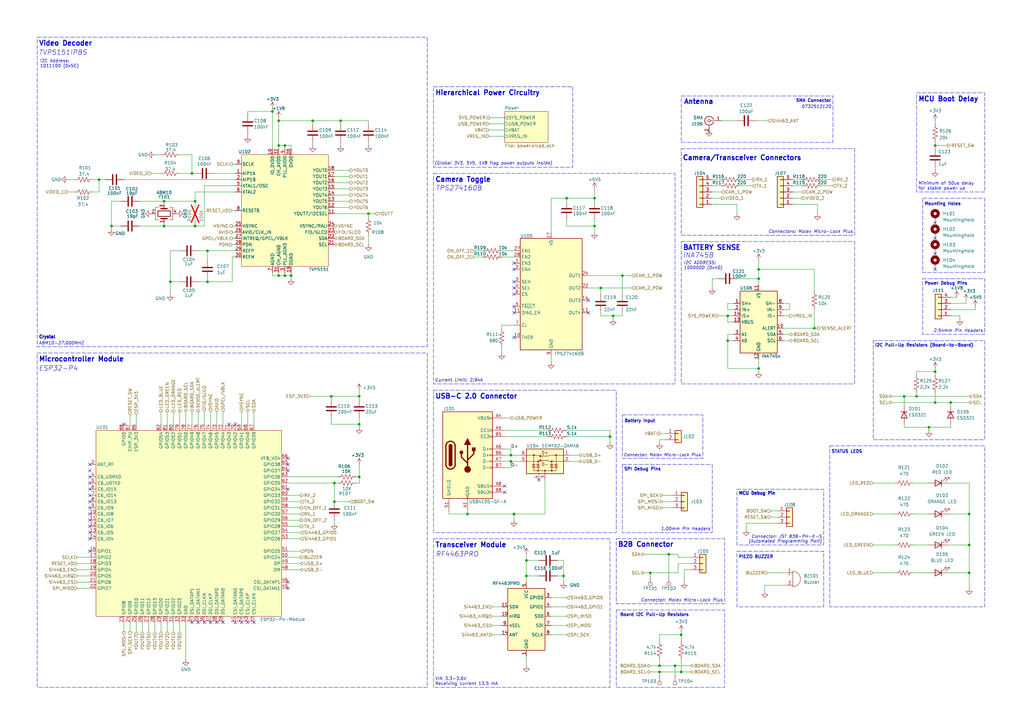
<source format=kicad_sch>
(kicad_sch (version 20250114) (generator "eeschema") (generator_version "9.0")
  (paper "A3")
  (title_block (title "CAM MK3 Schematics") (date "2025-12-02") (rev "A") (company "Illinois Space Society") (comment 3 "Andrew Dorman, Mason Miao, Kacper Paraniuk, Azalea Shillington, Mike Hung, Sahir Pagey") (comment 4 "Contributors: Eddie Tang, Rohan Das, Thomas McManamen, Chethan Karandikar, "))
  (lib_symbols
    (symbol "+3V3_1" (power) (pin_numbers (hide yes)) (pin_names (offset 0) (hide yes))
      (property "Value" "+3V3" (at 0 3.556 0))
      (symbol "+3V3_1_1_1"
        (pin power_in line (at 0 0 90) (length 0) (name "~") (number "1"))
      )
    )
    (symbol "+3V3_2" (power) (pin_numbers (hide yes)) (pin_names (offset 0) (hide yes))
      (property "Value" "+3V3" (at 0 3.556 0))
      (symbol "+3V3_2_1_1"
        (pin power_in line (at 0 0 90) (length 0) (name "~") (number "1"))
      )
    )
    (symbol "+3V3_3" (power) (pin_numbers (hide yes)) (pin_names (offset 0) (hide yes))
      (property "Value" "+3V3" (at 0 3.556 0))
      (symbol "+3V3_3_1_1"
        (pin power_in line (at 0 0 90) (length 0) (name "~") (number "1"))
      )
    )
    (symbol "Connector:Conn_Coaxial" (pin_names (offset 1.016) (hide yes))
      (property "Reference" "J" (at 0.254 3.048 0))
      (property "Value" "Conn_Coaxial" (at 2.921 0 90))
      (symbol "Conn_Coaxial_1_1"
        (pin passive line (at -5.08 0 0) (length 2.54) (name "In") (number "1"))
        (pin passive line (at 0 -5.08 90) (length 2.54) (name "Ext") (number "2"))
      )
    )
    (symbol "Connector:TestPoint" (pin_numbers (hide yes)) (pin_names (offset 0.762) (hide yes))
      (property "Reference" "TP" (at 0 6.858 0))
      (property "Value" "TestPoint" (at 0 5.08 0))
      (symbol "TestPoint_1_1"
        (pin passive line (at 0 0 90) (length 2.54) (name "1") (number "1"))
      )
    )
    (symbol "Connector:USB_C_Receptacle_USB2.0" (pin_names (offset 1.016))
      (property "Reference" "J1" (at 0 21.59 0))
      (property "Value" "USB_C_Receptacle_USB2.0" (at 0 19.05 0))
      (symbol "USB_C_Receptacle_USB2.0_1_1"
        (pin passive line (at -7.62 -22.86 90) (length 5.08) (name "SHIELD") (number "S1"))
        (pin passive line (at 0 -22.86 90) (length 5.08) (name "GND") (number "A1"))
        (pin passive line (at 0 -22.86 90) (length 5.08) (hide yes) (name "GND") (number "A12"))
        (pin passive line (at 0 -22.86 90) (length 5.08) (hide yes) (name "GND") (number "B1"))
        (pin passive line (at 0 -22.86 90) (length 5.08) (hide yes) (name "GND") (number "B12"))
        (pin passive line (at 15.24 15.24 180) (length 5.08) (name "VBUS") (number "A4"))
        (pin passive line (at 15.24 15.24 180) (length 5.08) (hide yes) (name "VBUS") (number "A9"))
        (pin passive line (at 15.24 15.24 180) (length 5.08) (hide yes) (name "VBUS") (number "B4"))
        (pin passive line (at 15.24 15.24 180) (length 5.08) (hide yes) (name "VBUS") (number "B9"))
        (pin bidirectional line (at 15.24 10.16 180) (length 5.08) (name "CC1") (number "A5"))
        (pin bidirectional line (at 15.24 7.62 180) (length 5.08) (name "CC2") (number "B5"))
        (pin bidirectional line (at 15.24 2.54 180) (length 5.08) (name "D+") (number "A6"))
        (pin bidirectional line (at 15.24 0 180) (length 5.08) (name "D+") (number "B6"))
        (pin bidirectional line (at 15.24 -2.54 180) (length 5.08) (name "D-") (number "A7"))
        (pin bidirectional line (at 15.24 -5.08 180) (length 5.08) (name "D-") (number "B7"))
        (pin bidirectional line (at 15.24 -12.7 180) (length 5.08) (name "SBU1") (number "A8"))
        (pin bidirectional line (at 15.24 -15.24 180) (length 5.08) (name "SBU2") (number "B8"))
      )
    )
    (symbol "Connector_Generic:Conn_01x02" (pin_names (offset 1.016) (hide yes))
      (property "Reference" "J" (at 0 2.54 0))
      (property "Value" "Conn_01x02" (at 0 -5.08 0))
      (symbol "Conn_01x02_1_1"
        (pin passive line (at -5.08 0 0) (length 3.81) (name "Pin_1") (number "1"))
        (pin passive line (at -5.08 -2.54 0) (length 3.81) (name "Pin_2") (number "2"))
      )
    )
    (symbol "Connector_Generic:Conn_01x03" (pin_names (offset 1.016) (hide yes))
      (property "Reference" "J" (at 0 5.08 0))
      (property "Value" "Conn_01x03" (at 0 -5.08 0))
      (symbol "Conn_01x03_1_1"
        (pin passive line (at -5.08 2.54 0) (length 3.81) (name "Pin_1") (number "1"))
        (pin passive line (at -5.08 0 0) (length 3.81) (name "Pin_2") (number "2"))
        (pin passive line (at -5.08 -2.54 0) (length 3.81) (name "Pin_3") (number "3"))
      )
    )
    (symbol "Connector_Generic:Conn_01x04" (pin_names (offset 1.016) (hide yes))
      (property "Reference" "J" (at 0 5.08 0))
      (property "Value" "Conn_01x04" (at 0 -7.62 0))
      (symbol "Conn_01x04_1_1"
        (pin passive line (at -5.08 2.54 0) (length 3.81) (name "Pin_1") (number "1"))
        (pin passive line (at -5.08 0 0) (length 3.81) (name "Pin_2") (number "2"))
        (pin passive line (at -5.08 -2.54 0) (length 3.81) (name "Pin_3") (number "3"))
        (pin passive line (at -5.08 -5.08 0) (length 3.81) (name "Pin_4") (number "4"))
      )
    )
    (symbol "Connector_Generic:Conn_01x05" (pin_names (offset 1.016) (hide yes))
      (property "Reference" "J" (at 0 7.62 0))
      (property "Value" "Conn_01x05" (at 0 -7.62 0))
      (symbol "Conn_01x05_1_1"
        (pin passive line (at -5.08 5.08 0) (length 3.81) (name "Pin_1") (number "1"))
        (pin passive line (at -5.08 2.54 0) (length 3.81) (name "Pin_2") (number "2"))
        (pin passive line (at -5.08 0 0) (length 3.81) (name "Pin_3") (number "3"))
        (pin passive line (at -5.08 -2.54 0) (length 3.81) (name "Pin_4") (number "4"))
        (pin passive line (at -5.08 -5.08 0) (length 3.81) (name "Pin_5") (number "5"))
      )
    )
    (symbol "Device:Buzzer" (pin_names (offset 0.0254) (hide yes))
      (property "Reference" "BZ" (at 3.81 1.27 0))
      (property "Value" "Buzzer" (at 3.81 -1.27 0))
      (symbol "Buzzer_1_1"
        (pin passive line (at -2.54 2.54 0) (length 2.54) (name "-") (number "1"))
        (pin passive line (at -2.54 -2.54 0) (length 2.54) (name "+") (number "2"))
      )
    )
    (symbol "Device:C" (pin_numbers (hide yes)) (pin_names (offset 0.254))
      (property "Reference" "C" (at 0.635 2.54 0))
      (property "Value" "C" (at 0.635 -2.54 0))
      (symbol "C_1_1"
        (pin passive line (at 0 3.81 270) (length 2.794) (name "~") (number "1"))
        (pin passive line (at 0 -3.81 90) (length 2.794) (name "~") (number "2"))
      )
    )
    (symbol "Device:Crystal_GND24" (pin_names (offset 1.016) (hide yes))
      (property "Reference" "Y" (at 3.175 5.08 0))
      (property "Value" "Crystal_GND24" (at 3.175 3.175 0))
      (symbol "Crystal_GND24_1_1"
        (pin passive line (at -3.81 0 0) (length 1.27) (name "1") (number "1"))
        (pin passive line (at 0 5.08 270) (length 1.27) (name "2") (number "2"))
        (pin passive line (at 0 -5.08 90) (length 1.27) (name "4") (number "4"))
        (pin passive line (at 3.81 0 180) (length 1.27) (name "3") (number "3"))
      )
    )
    (symbol "Device:D" (pin_numbers (hide yes)) (pin_names (offset 1.016) (hide yes))
      (property "Reference" "D" (at 0 2.54 0))
      (property "Value" "D" (at 0 -2.54 0))
      (symbol "D_1_1"
        (pin passive line (at -3.81 0 0) (length 2.54) (name "K") (number "1"))
        (pin passive line (at 3.81 0 180) (length 2.54) (name "A") (number "2"))
      )
    )
    (symbol "Device:LED" (pin_numbers (hide yes)) (pin_names (offset 1.016) (hide yes))
      (property "Reference" "D" (at 0 2.54 0))
      (property "Value" "LED" (at 0 -2.54 0))
      (symbol "LED_1_1"
        (pin passive line (at -3.81 0 0) (length 2.54) (name "K") (number "1"))
        (pin passive line (at 3.81 0 180) (length 2.54) (name "A") (number "2"))
      )
    )
    (symbol "Device:R_US" (pin_numbers (hide yes)) (pin_names (offset 0))
      (property "Reference" "R" (at 2.54 0 90))
      (property "Value" "R_US" (at -2.54 0 90))
      (symbol "R_US_1_1"
        (pin passive line (at 0 3.81 270) (length 1.27) (name "~") (number "1"))
        (pin passive line (at 0 -3.81 90) (length 1.27) (name "~") (number "2"))
      )
    )
    (symbol "GND_1" (power) (pin_numbers (hide yes)) (pin_names (offset 0) (hide yes))
      (property "Value" "GND" (at 0 -3.81 0))
      (symbol "GND_1_1_1"
        (pin power_in line (at 0 0 270) (length 0) (name "~") (number "1"))
      )
    )
    (symbol "GND_10" (power) (pin_numbers (hide yes)) (pin_names (offset 0) (hide yes))
      (property "Value" "GND" (at 0 -3.81 0))
      (symbol "GND_10_1_1"
        (pin power_in line (at 0 0 270) (length 0) (name "~") (number "1"))
      )
    )
    (symbol "GND_2" (power) (pin_numbers (hide yes)) (pin_names (offset 0) (hide yes))
      (property "Value" "GND" (at 0 -3.81 0))
      (symbol "GND_2_1_1"
        (pin power_in line (at 0 0 270) (length 0) (name "~") (number "1"))
      )
    )
    (symbol "GND_3" (power) (pin_numbers (hide yes)) (pin_names (offset 0) (hide yes))
      (property "Value" "GND" (at 0 -3.81 0))
      (symbol "GND_3_1_1"
        (pin power_in line (at 0 0 270) (length 0) (name "~") (number "1"))
      )
    )
    (symbol "GND_4" (power) (pin_numbers (hide yes)) (pin_names (offset 0) (hide yes))
      (property "Value" "GND" (at 0 -3.81 0))
      (symbol "GND_4_1_1"
        (pin power_in line (at 0 0 270) (length 0) (name "~") (number "1"))
      )
    )
    (symbol "GND_9" (power) (pin_numbers (hide yes)) (pin_names (offset 0) (hide yes))
      (property "Value" "GND" (at 0 -3.81 0))
      (symbol "GND_9_1_1"
        (pin power_in line (at 0 0 270) (length 0) (name "~") (number "1"))
      )
    )
    (symbol "INA745x_1"
      (property "Reference" "U" (at -7.112 13.97 0))
      (property "Value" "INA745x" (at 5.08 -13.97 0))
      (symbol "INA745x_1_1_1"
        (pin output line (at -10.16 7.62 0) (length 2.54) (name "SH+") (number "1"))
        (pin input line (at -10.16 5.08 0) (length 2.54) (name "IN+") (number "2"))
        (pin input line (at -10.16 2.54 0) (length 2.54) (name "IS+") (number "14"))
        (pin input line (at -10.16 0 0) (length 2.54) (name "VBUS") (number "13"))
        (pin input line (at -10.16 -5.08 0) (length 2.54) (name "A1") (number "3"))
        (pin input line (at -10.16 -7.62 0) (length 2.54) (name "A0") (number "4"))
        (pin power_in line (at 0 15.24 270) (length 2.54) (name "VS") (number "11"))
        (pin power_out line (at 0 -15.24 90) (length 2.54) (name "GND") (number "12"))
        (pin output line (at 10.16 7.62 180) (length 2.54) (name "SH-") (number "8"))
        (pin input line (at 10.16 5.08 180) (length 2.54) (name "IN-") (number "9"))
        (pin input line (at 10.16 2.54 180) (length 2.54) (name "IS-") (number "7"))
        (pin output line (at 10.16 -2.54 180) (length 2.54) (name "ALERT") (number "10"))
        (pin bidirectional line (at 10.16 -5.08 180) (length 2.54) (name "SDA") (number "5"))
        (pin input line (at 10.16 -7.62 180) (length 2.54) (name "SCL") (number "6"))
      )
    )
    (symbol "MCU_ESP32:ESP32-P4-Module"
      (property "Reference" "U" (at -36.83 39.37 0))
      (property "Value" "ESP32-P4-Module" (at 39.37 -39.37 0))
      (symbol "ESP32-P4-Module_1_1"
        (pin bidirectional line (at -40.64 24.13 0) (length 2.54) (name "ANT_RF") (number "2"))
        (pin bidirectional line (at -40.64 19.05 0) (length 2.54) (name "C6_U0RXD") (number "4"))
        (pin bidirectional line (at -40.64 16.51 0) (length 2.54) (name "C6_U0TXD") (number "5"))
        (pin bidirectional line (at -40.64 13.97 0) (length 2.54) (name "C6_IO15") (number "6"))
        (pin bidirectional line (at -40.64 11.43 0) (length 2.54) (name "C6_IO14") (number "7"))
        (pin bidirectional line (at -40.64 8.89 0) (length 2.54) (name "C6_IO13") (number "8"))
        (pin bidirectional line (at -40.64 6.35 0) (length 2.54) (name "C6_IO9") (number "9"))
        (pin bidirectional line (at -40.64 3.81 0) (length 2.54) (name "C6_IO8") (number "10"))
        (pin bidirectional line (at -40.64 1.27 0) (length 2.54) (name "C6_IO7") (number "11"))
        (pin bidirectional line (at -40.64 -1.27 0) (length 2.54) (name "C6_IO6") (number "12"))
        (pin bidirectional line (at -40.64 -3.81 0) (length 2.54) (name "C6_IO5") (number "13"))
        (pin bidirectional line (at -40.64 -6.35 0) (length 2.54) (name "C6_IO4") (number "14"))
        (pin bidirectional line (at -40.64 -11.43 0) (length 2.54) (name "GPIO1") (number "16"))
        (pin bidirectional line (at -40.64 -13.97 0) (length 2.54) (name "GPIO2") (number "17"))
        (pin bidirectional line (at -40.64 -16.51 0) (length 2.54) (name "GPIO3") (number "18"))
        (pin bidirectional line (at -40.64 -19.05 0) (length 2.54) (name "GPIO4") (number "19"))
        (pin bidirectional line (at -40.64 -21.59 0) (length 2.54) (name "GPIO5") (number "20"))
        (pin bidirectional line (at -40.64 -24.13 0) (length 2.54) (name "GPIO6") (number "21"))
        (pin bidirectional line (at -40.64 -26.67 0) (length 2.54) (name "GPIO7") (number "22"))
        (pin bidirectional line (at -26.67 40.64 270) (length 2.54) (name "GPIO0") (number "88"))
        (pin bidirectional line (at -26.67 -40.64 90) (length 2.54) (name "GPIO8") (number "23"))
        (pin bidirectional line (at -24.13 40.64 270) (length 2.54) (name "CHIP_PU") (number "87"))
        (pin bidirectional line (at -24.13 -40.64 90) (length 2.54) (name "GPIO9") (number "24"))
        (pin passive line (at -21.59 40.64 270) (length 2.54) (hide yes) (name "ESP_VBAT") (number "84"))
        (pin passive line (at -21.59 40.64 270) (length 2.54) (hide yes) (name "ESP_3V3") (number "85"))
        (pin bidirectional line (at -21.59 40.64 270) (length 2.54) (name "ESP_3V3") (number "86"))
        (pin bidirectional line (at -21.59 -40.64 90) (length 2.54) (name "GPIO10") (number "25"))
        (pin bidirectional line (at -19.05 -40.64 90) (length 2.54) (name "GPIO11") (number "26"))
        (pin bidirectional line (at -16.51 -40.64 90) (length 2.54) (name "GPIO12") (number "27"))
        (pin bidirectional line (at -13.97 -40.64 90) (length 2.54) (name "GPIO13") (number "28"))
        (pin bidirectional line (at -11.43 40.64 270) (length 2.54) (name "GPIO54") (number "82"))
        (pin bidirectional line (at -11.43 -40.64 90) (length 2.54) (name "GPIO20") (number "29"))
        (pin bidirectional line (at -8.89 40.64 270) (length 2.54) (name "GPIO53") (number "81"))
        (pin bidirectional line (at -8.89 -40.64 90) (length 2.54) (name "GPIO21") (number "30"))
        (pin bidirectional line (at -6.35 40.64 270) (length 2.54) (name "GPIO52") (number "80"))
        (pin bidirectional line (at -6.35 -40.64 90) (length 2.54) (name "GPIO22") (number "31"))
        (pin bidirectional line (at -3.81 40.64 270) (length 2.54) (name "GPIO51") (number "79"))
        (pin bidirectional line (at -3.81 -40.64 90) (length 2.54) (name "GPIO23") (number "32"))
        (pin bidirectional line (at -1.27 40.64 270) (length 2.54) (name "GPIO50") (number "78"))
        (pin passive line (at -1.27 -40.64 90) (length 2.54) (hide yes) (name "GND") (number "1"))
        (pin passive line (at -1.27 -40.64 90) (length 2.54) (hide yes) (name "GND") (number "15"))
        (pin passive line (at -1.27 -40.64 90) (length 2.54) (hide yes) (name "GND") (number "3"))
        (pin bidirectional line (at -1.27 -40.64 90) (length 2.54) (name "GND") (number "33"))
        (pin passive line (at -1.27 -40.64 90) (length 2.54) (hide yes) (name "GND") (number "40"))
        (pin passive line (at -1.27 -40.64 90) (length 2.54) (hide yes) (name "GND") (number "47"))
        (pin passive line (at -1.27 -40.64 90) (length 2.54) (hide yes) (name "GND") (number "52"))
        (pin passive line (at -1.27 -40.64 90) (length 2.54) (hide yes) (name "GND") (number "83"))
        (pin bidirectional line (at 1.27 40.64 270) (length 2.54) (name "GPIO49") (number "77"))
        (pin bidirectional line (at 1.27 -40.64 90) (length 2.54) (name "DSI_DATAP1") (number "34"))
        (pin bidirectional line (at 3.81 40.64 270) (length 2.54) (name "GPIO48") (number "76"))
        (pin bidirectional line (at 3.81 -40.64 90) (length 2.54) (name "DSI_DATAN1") (number "35"))
        (pin bidirectional line (at 6.35 40.64 270) (length 2.54) (name "GPIO47") (number "75"))
        (pin bidirectional line (at 6.35 -40.64 90) (length 2.54) (name "DSI_CLKN") (number "36"))
        (pin bidirectional line (at 8.89 40.64 270) (length 2.54) (name "GPIO46") (number "74"))
        (pin bidirectional line (at 8.89 -40.64 90) (length 2.54) (name "DSI_CLKP") (number "37"))
        (pin bidirectional line (at 11.43 40.64 270) (length 2.54) (name "GPIO45") (number "73"))
        (pin bidirectional line (at 11.43 -40.64 90) (length 2.54) (name "DSI_DATAP0") (number "38"))
        (pin bidirectional line (at 13.97 40.64 270) (length 2.54) (name "GPIO44") (number "72"))
        (pin bidirectional line (at 13.97 -40.64 90) (length 2.54) (name "DSI_DATAN0") (number "39"))
        (pin bidirectional line (at 16.51 40.64 270) (length 2.54) (name "GPIO43") (number "71"))
        (pin bidirectional line (at 19.05 40.64 270) (length 2.54) (name "GPIO42") (number "70"))
        (pin bidirectional line (at 19.05 -40.64 90) (length 2.54) (name "CSI_DATAN0") (number "41"))
        (pin bidirectional line (at 21.59 40.64 270) (length 2.54) (name "GPIO41") (number "69"))
        (pin bidirectional line (at 21.59 -40.64 90) (length 2.54) (name "CSI_DATAP0") (number "42"))
        (pin bidirectional line (at 24.13 40.64 270) (length 2.54) (name "GPIO40") (number "68"))
        (pin bidirectional line (at 24.13 -40.64 90) (length 2.54) (name "CSI_CLKP") (number "43"))
        (pin bidirectional line (at 26.67 40.64 270) (length 2.54) (name "GPIO39") (number "67"))
        (pin bidirectional line (at 26.67 -40.64 90) (length 2.54) (name "CSI_CLKN") (number "44"))
        (pin bidirectional line (at 40.64 26.67 180) (length 2.54) (name "VFB_VO4") (number "66"))
        (pin bidirectional line (at 40.64 24.13 180) (length 2.54) (name "GPIO38") (number "65"))
        (pin bidirectional line (at 40.64 21.59 180) (length 2.54) (name "GPIO37") (number "64"))
        (pin bidirectional line (at 40.64 19.05 180) (length 2.54) (name "GPIO36") (number "63"))
        (pin bidirectional line (at 40.64 16.51 180) (length 2.54) (name "GPIO35") (number "62"))
        (pin bidirectional line (at 40.64 13.97 180) (length 2.54) (name "GPIO34") (number "61"))
        (pin bidirectional line (at 40.64 11.43 180) (length 2.54) (name "GPIO33") (number "60"))
        (pin bidirectional line (at 40.64 8.89 180) (length 2.54) (name "GPIO32") (number "59"))
        (pin bidirectional line (at 40.64 6.35 180) (length 2.54) (name "GPIO31") (number "58"))
        (pin bidirectional line (at 40.64 3.81 180) (length 2.54) (name "GPIO30") (number "57"))
        (pin bidirectional line (at 40.64 1.27 180) (length 2.54) (name "GPIO29") (number "56"))
        (pin bidirectional line (at 40.64 -1.27 180) (length 2.54) (name "GPIO28") (number "55"))
        (pin bidirectional line (at 40.64 -3.81 180) (length 2.54) (name "GPIO27") (number "54"))
        (pin bidirectional line (at 40.64 -6.35 180) (length 2.54) (name "GPIO26") (number "53"))
        (pin bidirectional line (at 40.64 -11.43 180) (length 2.54) (name "GPIO25") (number "51"))
        (pin bidirectional line (at 40.64 -13.97 180) (length 2.54) (name "GPIO24") (number "50"))
        (pin bidirectional line (at 40.64 -16.51 180) (length 2.54) (name "DP") (number "49"))
        (pin bidirectional line (at 40.64 -19.05 180) (length 2.54) (name "DM") (number "48"))
        (pin bidirectional line (at 40.64 -24.13 180) (length 2.54) (name "CSI_DATAP1") (number "46"))
        (pin bidirectional line (at 40.64 -26.67 180) (length 2.54) (name "CSI_DATAN1") (number "45"))
      )
    )
    (symbol "Mechanical:MountingHole_Pad" (pin_numbers (hide yes)) (pin_names (offset 1.016) (hide yes))
      (property "Reference" "H" (at 0 6.35 0))
      (property "Value" "MountingHole_Pad" (at 0 4.445 0))
      (symbol "MountingHole_Pad_1_1"
        (pin input line (at 0 -2.54 90) (length 2.54) (name "1") (number "1"))
      )
    )
    (symbol "Power_Protection:ECMF02-2AMX6" (pin_names (offset 0.0254) (hide yes))
      (property "Reference" "U" (at 0 10.16 0))
      (property "Value" "ECMF02-2AMX6" (at 0 7.62 0))
      (symbol "ECMF02-2AMX6_0_1"
        (text "D+" (at 0 3.556 0) (effects (font (size 1.27 1.27))))
        (text "D-" (at 0 -1.27 0) (effects (font (size 1.27 1.27))))
      )
      (symbol "ECMF02-2AMX6_1_1"
        (pin passive line (at -10.16 2.54 0) (length 2.54) (name "D+_in") (number "1"))
        (pin passive line (at -10.16 0 0) (length 2.54) (name "D-_in") (number "2"))
        (pin power_in line (at 0 -7.62 90) (length 2.54) (name "GND") (number "3"))
        (pin free line (at 2.54 -7.62 90) (length 2.54) (name "NC") (number "4"))
        (pin passive line (at 10.16 2.54 180) (length 2.54) (name "D+_out") (number "6"))
        (pin passive line (at 10.16 0 180) (length 2.54) (name "D-_out") (number "5"))
      )
    )
    (symbol "Power_Switch_Texas:TPS274160B"
      (property "Reference" "U" (at -12.7 24.13 0))
      (property "Value" "TPS274160B" (at 7.62 -24.13 0))
      (symbol "TPS274160B_1_1"
        (pin input line (at -15.24 17.78 0) (length 2.54) (name "EN1") (number "27"))
        (pin input line (at -15.24 15.24 0) (length 2.54) (name "EN2") (number "28"))
        (pin input line (at -15.24 12.7 0) (length 2.54) (name "EN3") (number "1"))
        (pin input line (at -15.24 10.16 0) (length 2.54) (name "EN4") (number "2"))
        (pin input line (at -15.24 5.08 0) (length 2.54) (name "SEH") (number "3"))
        (pin input line (at -15.24 2.54 0) (length 2.54) (name "SEL") (number "4"))
        (pin output line (at -15.24 0 0) (length 2.54) (name "CS") (number "6"))
        (pin output line (at -15.24 -5.08 0) (length 2.54) (name "~{FAULT}") (number "5"))
        (pin input line (at -15.24 -7.62 0) (length 2.54) (name "DIAG_EN") (number "11"))
        (pin output line (at -15.24 -12.7 0) (length 2.54) (name "CL") (number "7"))
        (pin input line (at -15.24 -17.78 0) (length 2.54) (name "THER") (number "10"))
        (pin power_in line (at 0 25.4 270) (length 2.54) (name "VS") (number "17"))
        (pin passive line (at 0 25.4 270) (length 2.54) (hide yes) (name "VS") (number "18"))
        (pin passive line (at 0 25.4 270) (length 2.54) (hide yes) (name "VS") (number "19"))
        (pin passive line (at 0 25.4 270) (length 2.54) (hide yes) (name "VS") (number "20"))
        (pin passive line (at 0 -25.4 90) (length 2.54) (hide yes) (name "GND") (number "26"))
        (pin passive line (at 0 -25.4 90) (length 2.54) (hide yes) (name "PowerPAD") (number "29"))
        (pin power_in line (at 0 -25.4 90) (length 2.54) (name "GND") (number "9"))
        (pin output line (at 15.24 7.62 180) (length 2.54) (name "OUT1") (number "24"))
        (pin passive line (at 15.24 7.62 180) (length 2.54) (hide yes) (name "OUT1") (number "25"))
        (pin output line (at 15.24 2.54 180) (length 2.54) (name "OUT2") (number "22"))
        (pin passive line (at 15.24 2.54 180) (length 2.54) (hide yes) (name "OUT2") (number "23"))
        (pin output line (at 15.24 -2.54 180) (length 2.54) (name "OUT3") (number "14"))
        (pin passive line (at 15.24 -2.54 180) (length 2.54) (hide yes) (name "OUT3") (number "15"))
        (pin output line (at 15.24 -7.62 180) (length 2.54) (name "OUT4") (number "12"))
        (pin passive line (at 15.24 -7.62 180) (length 2.54) (hide yes) (name "OUT4") (number "13"))
        (pin no_connect line (at 15.24 -15.24 180) (length 2.54) (hide yes) (name "NC") (number "16"))
        (pin no_connect line (at 15.24 -15.24 180) (length 2.54) (hide yes) (name "NC") (number "21"))
        (pin no_connect line (at 15.24 -15.24 180) (length 2.54) (hide yes) (name "NC") (number "8"))
      )
    )
    (symbol "Transceiver_NiceRF:RF4463PRO"
      (property "Value" "RF4463PRO" (at -13.208 15.24 0))
      (symbol "RF4463PRO_1_1"
        (pin no_connect line (at -10.16 7.62 0) (length 2.54) (hide yes) (name "NC") (number "2"))
        (pin input line (at -10.16 3.81 0) (length 2.54) (name "SDN") (number "11"))
        (pin input line (at -10.16 0 0) (length 2.54) (name "nIRQ") (number "10"))
        (pin input line (at -10.16 -3.81 0) (length 2.54) (name "nSEL") (number "9"))
        (pin input line (at -10.16 -7.62 0) (length 2.54) (name "ANT") (number "14"))
        (pin power_in line (at 0 13.97 270) (length 2.54) (name "VCC") (number "5"))
        (pin power_in line (at 0 -16.51 90) (length 2.54) (name "GND") (number "1"))
        (pin passive line (at 0 -16.51 90) (length 2.54) (hide yes) (name "GND") (number "12"))
        (pin passive line (at 0 -16.51 90) (length 2.54) (hide yes) (name "GND") (number "13"))
        (pin input line (at 10.16 7.62 180) (length 2.54) (name "GPIO0") (number "3"))
        (pin input line (at 10.16 3.81 180) (length 2.54) (name "GPIO1") (number "4"))
        (pin input line (at 10.16 0 180) (length 2.54) (name "SD0") (number "6"))
        (pin input line (at 10.16 -3.81 180) (length 2.54) (name "SDI") (number "7"))
        (pin input line (at 10.16 -7.62 180) (length 2.54) (name "SCLK") (number "8"))
      )
    )
    (symbol "Video_Encoder_Texas:TVP5151" (pin_names (offset 0.254))
      (property "Reference" "U" (at -17.78 24.13 0))
      (property "Value" "TVP5151" (at 13.97 -24.13 0))
      (symbol "TVP5151_0_1"
        (pin input line (at -20.32 15.24 0) (length 2.54) (name "AIP1A") (number "1"))
        (pin input line (at -20.32 12.7 0) (length 2.54) (name "AIP1B") (number "2"))
        (pin bidirectional line (at -20.32 10.16 0) (length 2.54) (name "XTAL1/OSC") (number "5"))
        (pin bidirectional line (at -20.32 7.62 0) (length 2.54) (name "XTAL2") (number "6"))
        (pin input line (at -20.32 0 0) (length 2.54) (name "RESETB") (number "8"))
        (pin output line (at -20.32 -6.35 0) (length 2.54) (name "HSYNC") (number "25"))
        (pin bidirectional line (at -20.32 -8.89 0) (length 2.54) (name "AVID/CLK_IN") (number "26"))
        (pin bidirectional line (at -20.32 -11.43 0) (length 2.54) (name "INTREQ/GPCL/VBLK") (number "27"))
        (pin input line (at -20.32 -13.97 0) (length 2.54) (name "PDN") (number "28"))
        (pin input line (at -20.32 -16.51 0) (length 2.54) (name "REFP") (number "29"))
        (pin input line (at -20.32 -19.05 0) (length 2.54) (name "REFM") (number "30"))
        (pin input line (at -5.08 25.4 270) (length 2.54) (name "IO_DVDD") (number "10"))
        (pin input line (at -5.08 -25.4 90) (length 2.54) (name "AGND") (number "7"))
        (pin input line (at -2.54 25.4 270) (length 2.54) (name "CH_AVDD") (number "32"))
        (pin input line (at -2.54 -25.4 90) (length 2.54) (name "CH_AGND") (number "31"))
        (pin input line (at 0 25.4 270) (length 2.54) (name "PLL_AVDD") (number "4"))
        (pin input line (at 0 -25.4 90) (length 2.54) (name "PLL_AGND") (number "3"))
        (pin input line (at 2.54 25.4 270) (length 2.54) (name "DVDD") (number "20"))
        (pin input line (at 2.54 -25.4 90) (length 2.54) (name "DGND") (number "19"))
        (pin bidirectional line (at 20.32 16.51 180) (length 2.54) (name "YOUT0") (number "18"))
        (pin bidirectional line (at 20.32 13.97 180) (length 2.54) (name "YOUT1") (number "17"))
        (pin bidirectional line (at 20.32 11.43 180) (length 2.54) (name "YOUT2") (number "16"))
        (pin bidirectional line (at 20.32 8.89 180) (length 2.54) (name "YOUT3") (number "15"))
        (pin bidirectional line (at 20.32 6.35 180) (length 2.54) (name "YOUT4") (number "14"))
        (pin bidirectional line (at 20.32 3.81 180) (length 2.54) (name "YOUT5") (number "13"))
        (pin bidirectional line (at 20.32 1.27 180) (length 2.54) (name "YOUT6") (number "12"))
        (pin bidirectional line (at 20.32 -1.27 180) (length 2.54) (name "YOUT7/I2CSEL") (number "11"))
        (pin output line (at 20.32 -6.35 180) (length 2.54) (name "VSYNC/PALI") (number "24"))
        (pin output line (at 20.32 -8.89 180) (length 2.54) (name "FID/GLCO") (number "23"))
        (pin bidirectional line (at 20.32 -11.43 180) (length 2.54) (name "SDA") (number "22"))
        (pin bidirectional line (at 20.32 -13.97 180) (length 2.54) (name "SCL") (number "21"))
      )
      (symbol "TVP5151_1_1"
        (pin output line (at -20.32 19.05 0) (length 2.54) (name "SCLK") (number "9"))
      )
    )
    (symbol "power:+12V" (power) (pin_numbers (hide yes)) (pin_names (offset 0) (hide yes))
      (property "Value" "+12V" (at 0 3.556 0))
      (symbol "+12V_1_1"
        (pin power_in line (at 0 0 90) (length 0) (name "~") (number "1"))
      )
    )
    (symbol "power:+3V3" (power) (pin_names (offset 0))
      (property "Value" "+3V3" (at 0 3.556 0))
      (symbol "+3V3_1_1"
        (pin power_in line (at 0 0 90) (length 0) (hide yes) (name "+3V3") (number "1"))
      )
    )
    (symbol "power:GND" (power) (pin_names (offset 0))
      (property "Value" "GND" (at 0 -3.81 0))
      (symbol "GND_1_1"
        (pin power_in line (at 0 0 270) (length 0) (hide yes) (name "GND") (number "1"))
      )
    )
  )
  (rectangle (start 255.27 190.5) (end 292.1 218.44) (stroke (width 0) (type dash)))
  (rectangle (start 177.8 71.12) (end 276.86 157.48) (stroke (width 0) (type dash)))
  (rectangle (start 15.24 144.78) (end 175.26 281.94) (stroke (width 0) (type dash)))
  (rectangle (start 378.46 114.3) (end 403.86 137.16) (stroke (width 0) (type dash)))
  (rectangle (start 302.26 226.06) (end 337.82 248.92) (stroke (width 0) (type dash)))
  (rectangle (start 255.27 170.18) (end 288.29 187.96) (stroke (width 0) (type dash)))
  (rectangle (start 279.4 39.37) (end 341.63 58.42) (stroke (width 0) (type dash)))
  (rectangle (start 252.73 250.19) (end 297.18 281.94) (stroke (width 0) (type dash)))
  (rectangle (start 279.4 99.06) (end 350.52 157.48) (stroke (width 0) (type dash)))
  (rectangle (start 347.218 186.436) (end 347.218 186.436))
  (rectangle (start 279.4 60.96) (end 350.52 96.52) (stroke (width 0) (type dash)))
  (rectangle (start 358.14 139.7) (end 403.86 180.34) (stroke (width 0) (type dash)))
  (rectangle (start 405.638 249.174) (end 405.638 249.174))
  (rectangle (start 177.8 35.56) (end 234.95 68.58) (stroke (width 0) (type dash)))
  (rectangle (start 378.46 81.28) (end 403.86 111.76) (stroke (width 0) (type dash)))
  (rectangle (start 15.24 15.24) (end 175.26 142.24) (stroke (width 0) (type dash)))
  (rectangle (start 375.92 38.1) (end 403.86 78.74) (stroke (width 0) (type dash)))
  (rectangle (start 177.8 220.98) (end 250.19 281.94) (stroke (width 0) (type dash)))
  (rectangle (start 340.36 182.88) (end 403.86 248.92) (stroke (width 0) (type dash)))
  (rectangle (start 177.8 160.02) (end 252.73 218.44) (stroke (width 0) (type dash)))
  (rectangle (start 302.26 200.66) (end 337.82 223.52) (stroke (width 0) (type dash)))
  (rectangle (start 252.73 220.98) (end 297.18 247.65) (stroke (width 0) (type dash)))
  (text "(Automated Programming Port)" (at 337.185 222.885 0) (effects (font (size 1.27 1.27) (italic yes)) (justify right bottom)))
  (text "2.54mm Pin Headers" (at 403.225 136.525 0) (effects (font (size 1.27 1.27) (italic yes)) (justify right bottom)))
  (text "Camera Toggle" (at 178.435 74.93 0) (effects (font (size 2 2) (thickness 0.4) (bold yes)) (justify left bottom)))
  (text "PIEZO BUZZER\n" (at 302.895 229.235 0) (effects (font (size 1.27 1.27) (thickness 0.254) (bold yes)) (justify left bottom)))
  (text "SPI Debug Pins\n\n" (at 255.905 191.77 0) (effects (font (size 1.27 1.27) (thickness 0.254) (bold yes)) (justify left top)))
  (text "Video Decoder" (at 15.875 19.05 0) (effects (font (size 2 2) (thickness 0.4) (bold yes)) (justify left bottom)))
  (text "INA745B" (at 280.035 106.045 0) (effects (font (size 2 2) (italic yes)) (justify left bottom)))
  (text "Transceiver Module" (at 178.435 224.79 0) (effects (font (size 2 2) (thickness 0.4) (bold yes)) (justify left bottom)))
  (text "SMA Connector" (at 340.995 40.64 0) (effects (font (size 1.27 1.27) (thickness 0.254) (bold yes)) (justify right top)))
  (text "I2C Address:\n1011100 (0x5C)\n" (at 16.383 26.162 0) (effects (font (size 1.27 1.27)) (justify left)))
  (text "1.00mm Pin Headers" (at 291.465 217.805 0) (effects (font (size 1.27 1.27) (italic yes)) (justify right bottom)))
  (text "B2B Connector" (at 253.365 222.25 0) (effects (font (size 2 2) (thickness 0.4) (bold yes)) (justify left top)))
  (text "Connector: Molex Micro-Lock Plus" (at 296.545 247.015 0) (effects (font (size 1.27 1.27) (italic yes)) (justify right bottom)))
  (text "I2C ADDRESS:\n1000000 (0x40)" (at 280.416 110.744 0) (effects (font (size 1.27 1.27) (italic yes)) (justify left bottom)))
  (text "Power Debug Pins" (at 379.095 115.57 0) (effects (font (size 1.27 1.27) (thickness 0.254) (bold yes)) (justify left top)))
  (text "Connector: Molex Micro-Lock Plus" (at 287.528 187.452 0) (effects (font (size 1.1938 1.1938) (italic yes)) (justify right bottom)))
  (text "TPS274160B" (at 178.689 78.486 0) (effects (font (size 2 2) (italic yes)) (justify left bottom)))
  (text "USB-C 2.0 Connector" (at 178.435 163.83 0) (effects (font (size 2 2) (thickness 0.4) (bold yes)) (justify left bottom)))
  (text "ESP32-P4\n" (at 15.875 152.4 0) (effects (font (size 2 2) (italic yes)) (justify left bottom)))
  (text "MCU Debug Pin" (at 302.895 203.2 0) (effects (font (size 1.27 1.27) (thickness 0.4) (bold yes)) (justify left bottom)))
  (text "Antenna" (at 280.416 40.64 0) (effects (font (size 2 2) (thickness 0.4) (bold yes)) (justify left top)))
  (text "STATUS LEDS\n" (at 340.995 186.055 0) (effects (font (size 1.27 1.27) (thickness 0.254) (bold yes)) (justify left bottom)))
  (text "Battery Input\n\n" (at 256.032 175.514 0) (effects (font (size 1.27 1.27) (thickness 0.254) (bold yes)) (justify left bottom)))
  (text "Connector: JST B3B-PH-K-S" (at 337.185 220.98 0) (effects (font (size 1.27 1.27) (italic yes)) (justify right bottom)))
  (text "Hierarchical Power Circuitry" (at 178.435 39.37 0) (effects (font (size 2 2) (bold yes)) (justify left bottom)))
  (text "MCU Boot Delay" (at 376.555 41.91 0) (effects (font (size 2 2) (thickness 0.4) (bold yes)) (justify left bottom)))
  (text "Minimum of 50us delay\nfor stable power up\n" (at 376.555 78.105 0) (effects (font (size 1.27 1.27) (italic yes)) (justify left bottom)))
  (text "0732512120" (at 340.995 43.18 0) (effects (font (size 1.27 1.27) (italic yes)) (justify right top)))
  (text "Crystal" (at 15.875 139.065 0) (effects (font (size 1.27 1.27) (thickness 0.4) (bold yes)) (justify left bottom)))
  (text "Current Limit: 2.94A" (at 178.435 156.845 0) (effects (font (size 1.27 1.27)) (justify left bottom)))
  (text "RF4463PRO\n" (at 178.689 228.6 0) (effects (font (size 2 2) (italic yes)) (justify left bottom)))
  (text "I2C Pull-Up Resistors (Board-to-Board)" (at 358.775 140.97 0) (effects (font (size 1.27 1.27) (thickness 0.254) (bold yes)) (justify left top)))
  (text "(Global 3V3, 5V5, 1V8 flag power outputs inside)" (at 226.568 67.818 0) (effects (font (size 1.27 1.27) (italic yes)) (justify right bottom)))
  (text "BATTERY SENSE" (at 280.035 102.87 0) (effects (font (size 2 2) (thickness 0.4) (bold yes)) (justify left bottom)))
  (text "Camera/Transceiver Connectors" (at 279.908 66.04 0) (effects (font (size 2 2) (thickness 0.4) (bold yes)) (justify left bottom)))
  (text "Mounting Holes" (at 379.095 84.455 0) (effects (font (size 1.27 1.27) (thickness 0.254) (bold yes)) (justify left bottom)))
  (text "Microcontroller Module" (at 15.875 148.59 0) (effects (font (size 2 2) (thickness 0.4) (bold yes)) (justify left bottom)))
  (text "Connectors: Molex Micro-Lock Plus" (at 349.885 95.885 0) (effects (font (size 1.27 1.27) (italic yes)) (justify right bottom)))
  (text "ABM10-27.000MHZ" (at 15.875 141.605 0) (effects (font (size 1.27 1.27) (italic yes)) (justify left bottom)))
  (text "TVP5151IPBS" (at 15.875 22.86 0) (effects (font (size 2 2) (italic yes)) (justify left bottom)))
  (text "VIN 3.3-3.6V\nReceiving current 13.5 mA" (at 178.435 281.305 0) (effects (font (size 1.27 1.27)) (justify left bottom)))
  (text "Board I2C Pull-Up Resistors" (at 254.254 252.984 0) (effects (font (size 1.27 1.27) (thickness 0.254) (bold yes)) (justify left bottom)))
  (junction (at 276.86 273.05))
  (junction (at 191.77 210.82))
  (junction (at 298.45 129.54))
  (junction (at 147.32 195.58))
  (junction (at 250.19 179.07))
  (junction (at 147.32 162.56))
  (junction (at 147.32 173.99))
  (junction (at 298.45 139.7))
  (junction (at 111.76 45.72))
  (junction (at 375.92 162.56))
  (junction (at 209.55 186.69))
  (junction (at 279.4 275.59))
  (junction (at 397.51 210.82))
  (junction (at 383.54 152.4))
  (junction (at 114.3 49.53))
  (junction (at 334.01 134.62))
  (junction (at 383.54 165.1))
  (junction (at 85.09 102.87))
  (junction (at 383.54 59.69))
  (junction (at 243.84 92.71))
  (junction (at 397.51 223.52))
  (junction (at 210.82 210.82))
  (junction (at 45.72 92.71))
  (junction (at 69.85 115.57))
  (junction (at 67.31 82.55))
  (junction (at 231.14 236.22))
  (junction (at 397.51 234.95))
  (junction (at 243.84 81.28))
  (junction (at 215.9 236.22))
  (junction (at 114.3 59.69))
  (junction (at 151.13 87.63))
  (junction (at 114.3 113.03))
  (junction (at 128.27 49.53))
  (junction (at 67.31 92.71))
  (junction (at 80.01 92.71))
  (junction (at 311.15 110.49))
  (junction (at 246.38 118.11))
  (junction (at 311.15 114.3))
  (junction (at 255.27 113.03))
  (junction (at 80.01 82.55))
  (junction (at 370.84 162.56))
  (junction (at 381 175.26))
  (junction (at 137.16 205.74))
  (junction (at 119.38 113.03))
  (junction (at 40.64 73.66))
  (junction (at 389.89 165.1))
  (junction (at 251.46 129.54))
  (junction (at 232.41 81.28))
  (junction (at 137.16 198.12))
  (junction (at 270.51 273.05))
  (junction (at 209.55 189.23))
  (junction (at 274.32 227.33))
  (junction (at 311.15 151.13))
  (junction (at 78.74 71.12))
  (junction (at 270.51 275.59))
  (junction (at 116.84 113.03))
  (junction (at 215.9 229.87))
  (junction (at 266.7 234.95))
  (junction (at 135.89 162.56))
  (junction (at 85.09 115.57))
  (junction (at 279.4 260.35))
  (junction (at 139.7 49.53))
  (junction (at 116.84 59.69))
  (no_connect (at 101.6 255.27))
  (no_connect (at 36.83 190.5))
  (no_connect (at 210.82 128.27))
  (no_connect (at 383.54 91.44))
  (no_connect (at 383.54 110.49))
  (no_connect (at 210.82 118.11))
  (no_connect (at 241.3 128.27))
  (no_connect (at 36.83 200.66))
  (no_connect (at 36.83 203.2))
  (no_connect (at 99.06 255.27))
  (no_connect (at 210.82 125.73))
  (no_connect (at 118.11 241.3))
  (no_connect (at 210.82 110.49))
  (no_connect (at 78.74 255.27))
  (no_connect (at 36.83 195.58))
  (no_connect (at 86.36 255.27))
  (no_connect (at 36.83 215.9))
  (no_connect (at 220.98 196.85))
  (no_connect (at 210.82 138.43))
  (no_connect (at 50.8 173.99))
  (no_connect (at 210.82 107.95))
  (no_connect (at 36.83 218.44))
  (no_connect (at 118.11 187.96))
  (no_connect (at 118.11 238.76))
  (no_connect (at 83.82 255.27))
  (no_connect (at 210.82 115.57))
  (no_connect (at 118.11 193.04))
  (no_connect (at 93.98 173.99))
  (no_connect (at 36.83 193.04))
  (no_connect (at 241.3 123.19))
  (no_connect (at 36.83 226.06))
  (no_connect (at 383.54 97.79))
  (no_connect (at 104.14 255.27))
  (no_connect (at 118.11 200.66))
  (no_connect (at 36.83 198.12))
  (no_connect (at 96.52 255.27))
  (no_connect (at 383.54 104.14))
  (no_connect (at 118.11 190.5))
  (no_connect (at 207.01 201.93))
  (no_connect (at 210.82 120.65))
  (no_connect (at 36.83 205.74))
  (no_connect (at 91.44 255.27))
  (no_connect (at 96.52 173.99))
  (no_connect (at 36.83 213.36))
  (no_connect (at 36.83 208.28))
  (no_connect (at 81.28 255.27))
  (no_connect (at 207.01 199.39))
  (no_connect (at 36.83 210.82))
  (no_connect (at 36.83 220.98))
  (no_connect (at 88.9 255.27))
  (wire (pts (xy 53.34 259.08) (xy 53.34 255.27)))
  (wire (pts (xy 270.51 275.59) (xy 279.4 275.59)))
  (wire (pts (xy 114.3 59.69) (xy 116.84 59.69)))
  (wire (pts (xy 135.89 171.45) (xy 135.89 173.99)))
  (wire (pts (xy 375.92 162.56) (xy 370.84 162.56)))
  (wire (pts (xy 95.25 95.25) (xy 96.52 95.25)))
  (wire (pts (xy 226.06 146.05) (xy 226.06 148.59)))
  (wire (pts (xy 139.7 49.53) (xy 139.7 50.8)))
  (wire (pts (xy 123.19 226.06) (xy 118.11 226.06)))
  (wire (pts (xy 128.27 49.53) (xy 114.3 49.53)))
  (wire (pts (xy 292.1 114.3) (xy 294.64 114.3)))
  (wire (pts (xy 147.32 162.56) (xy 147.32 163.83)))
  (wire (pts (xy 233.68 189.23) (xy 237.49 189.23)))
  (wire (pts (xy 226.06 248.92) (xy 232.41 248.92)))
  (wire (pts (xy 201.93 248.92) (xy 205.74 248.92)))
  (wire (pts (xy 80.01 92.71) (xy 80.01 91.44)))
  (wire (pts (xy 209.55 189.23) (xy 213.36 189.23)))
  (wire (pts (xy 374.65 223.52) (xy 381 223.52)))
  (wire (pts (xy 246.38 129.54) (xy 251.46 129.54)))
  (wire (pts (xy 232.41 92.71) (xy 243.84 92.71)))
  (wire (pts (xy 383.54 161.29) (xy 383.54 165.1)))
  (wire (pts (xy 62.23 71.12) (xy 66.04 71.12)))
  (wire (pts (xy 246.38 129.54) (xy 246.38 128.27)))
  (wire (pts (xy 95.25 92.71) (xy 96.52 92.71)))
  (wire (pts (xy 96.52 71.12) (xy 87.63 71.12)))
  (wire (pts (xy 316.23 209.55) (xy 318.77 209.55)))
  (wire (pts (xy 290.83 54.61) (xy 290.83 53.34)))
  (wire (pts (xy 147.32 160.02) (xy 147.32 162.56)))
  (wire (pts (xy 63.5 259.08) (xy 63.5 255.27)))
  (wire (pts (xy 318.77 214.63) (xy 306.07 214.63)))
  (wire (pts (xy 114.3 48.26) (xy 114.3 49.53)))
  (wire (pts (xy 223.52 196.85) (xy 223.52 210.82)))
  (wire (pts (xy 370.84 173.99) (xy 370.84 175.26)))
  (wire (pts (xy 383.54 151.13) (xy 383.54 152.4)))
  (wire (pts (xy 83.82 92.71) (xy 83.82 76.2)))
  (wire (pts (xy 123.19 228.6) (xy 118.11 228.6)))
  (wire (pts (xy 358.14 223.52) (xy 367.03 223.52)))
  (wire (pts (xy 335.28 83.82) (xy 325.12 83.82)))
  (wire (pts (xy 123.19 205.74) (xy 118.11 205.74)))
  (wire (pts (xy 207.01 184.15) (xy 209.55 184.15)))
  (wire (pts (xy 323.85 127) (xy 323.85 124.46)))
  (wire (pts (xy 151.13 58.42) (xy 151.13 59.69)))
  (wire (pts (xy 280.67 238.76) (xy 280.67 233.68)))
  (wire (pts (xy 73.66 102.87) (xy 69.85 102.87)))
  (wire (pts (xy 137.16 85.09) (xy 143.51 85.09)))
  (wire (pts (xy 250.19 179.07) (xy 250.19 181.61)))
  (wire (pts (xy 328.93 78.74) (xy 325.12 78.74)))
  (wire (pts (xy 220.98 236.22) (xy 215.9 236.22)))
  (wire (pts (xy 209.55 186.69) (xy 213.36 186.69)))
  (wire (pts (xy 60.96 259.08) (xy 60.96 255.27)))
  (wire (pts (xy 295.91 76.2) (xy 292.1 76.2)))
  (wire (pts (xy 302.26 87.63) (xy 302.26 83.82)))
  (wire (pts (xy 139.7 49.53) (xy 151.13 49.53)))
  (wire (pts (xy 266.7 234.95) (xy 278.13 234.95)))
  (wire (pts (xy 226.06 252.73) (xy 232.41 252.73)))
  (wire (pts (xy 321.31 129.54) (xy 323.85 129.54)))
  (wire (pts (xy 334.01 110.49) (xy 311.15 110.49)))
  (wire (pts (xy 205.74 134.62) (xy 205.74 133.35)))
  (wire (pts (xy 53.34 170.18) (xy 53.34 173.99)))
  (wire (pts (xy 383.54 59.69) (xy 383.54 60.96)))
  (wire (pts (xy 276.86 273.05) (xy 283.21 273.05)))
  (wire (pts (xy 207.01 176.53) (xy 224.79 176.53)))
  (wire (pts (xy 205.74 102.87) (xy 210.82 102.87)))
  (wire (pts (xy 201.93 252.73) (xy 205.74 252.73)))
  (wire (pts (xy 137.16 87.63) (xy 151.13 87.63)))
  (wire (pts (xy 111.76 113.03) (xy 111.76 111.76)))
  (wire (pts (xy 323.85 137.16) (xy 321.31 137.16)))
  (wire (pts (xy 243.84 82.55) (xy 243.84 81.28)))
  (wire (pts (xy 55.88 170.18) (xy 55.88 173.99)))
  (wire (pts (xy 147.32 198.12) (xy 147.32 195.58)))
  (wire (pts (xy 147.32 173.99) (xy 147.32 175.26)))
  (wire (pts (xy 226.06 256.54) (xy 232.41 256.54)))
  (wire (pts (xy 232.41 92.71) (xy 232.41 90.17)))
  (wire (pts (xy 295.91 73.66) (xy 292.1 73.66)))
  (wire (pts (xy 135.89 162.56) (xy 135.89 163.83)))
  (wire (pts (xy 255.27 129.54) (xy 255.27 128.27)))
  (wire (pts (xy 81.28 168.91) (xy 81.28 173.99)))
  (wire (pts (xy 274.32 227.33) (xy 278.13 227.33)))
  (wire (pts (xy 251.46 129.54) (xy 255.27 129.54)))
  (wire (pts (xy 231.14 229.87) (xy 228.6 229.87)))
  (wire (pts (xy 207.01 186.69) (xy 209.55 186.69)))
  (wire (pts (xy 321.31 127) (xy 323.85 127)))
  (wire (pts (xy 389.89 124.46) (xy 396.24 124.46)))
  (wire (pts (xy 335.28 87.63) (xy 335.28 83.82)))
  (wire (pts (xy 266.7 273.05) (xy 270.51 273.05)))
  (wire (pts (xy 328.93 76.2) (xy 325.12 76.2)))
  (wire (pts (xy 370.84 162.56) (xy 370.84 166.37)))
  (wire (pts (xy 215.9 236.22) (xy 215.9 238.76)))
  (wire (pts (xy 119.38 113.03) (xy 119.38 114.3)))
  (wire (pts (xy 215.9 227.33) (xy 215.9 229.87)))
  (wire (pts (xy 95.25 105.41) (xy 95.25 115.57)))
  (wire (pts (xy 374.65 210.82) (xy 381 210.82)))
  (wire (pts (xy 370.84 175.26) (xy 381 175.26)))
  (wire (pts (xy 298.45 139.7) (xy 298.45 151.13)))
  (wire (pts (xy 292.1 118.11) (xy 292.1 114.3)))
  (wire (pts (xy 151.13 49.53) (xy 151.13 50.8)))
  (wire (pts (xy 311.15 152.4) (xy 311.15 151.13)))
  (wire (pts (xy 45.72 92.71) (xy 49.53 92.71)))
  (wire (pts (xy 78.74 168.91) (xy 78.74 173.99)))
  (wire (pts (xy 40.64 73.66) (xy 40.64 78.74)))
  (wire (pts (xy 200.66 53.34) (xy 207.01 53.34)))
  (wire (pts (xy 374.65 234.95) (xy 381 234.95)))
  (wire (pts (xy 99.06 168.91) (xy 99.06 173.99)))
  (wire (pts (xy 246.38 118.11) (xy 259.08 118.11)))
  (wire (pts (xy 71.12 168.91) (xy 71.12 173.99)))
  (wire (pts (xy 279.4 275.59) (xy 283.21 275.59)))
  (wire (pts (xy 375.92 161.29) (xy 375.92 162.56)))
  (wire (pts (xy 232.41 81.28) (xy 232.41 82.55)))
  (wire (pts (xy 209.55 184.15) (xy 209.55 186.69)))
  (wire (pts (xy 78.74 71.12) (xy 80.01 71.12)))
  (wire (pts (xy 220.98 229.87) (xy 215.9 229.87)))
  (wire (pts (xy 396.24 124.46) (xy 396.24 123.19)))
  (wire (pts (xy 71.12 259.08) (xy 71.12 255.27)))
  (wire (pts (xy 45.72 92.71) (xy 45.72 93.98)))
  (wire (pts (xy 205.74 105.41) (xy 210.82 105.41)))
  (wire (pts (xy 279.4 259.08) (xy 279.4 260.35)))
  (wire (pts (xy 184.15 209.55) (xy 184.15 210.82)))
  (wire (pts (xy 243.84 92.71) (xy 243.84 95.25)))
  (wire (pts (xy 232.41 176.53) (xy 250.19 176.53)))
  (wire (pts (xy 374.65 198.12) (xy 381 198.12)))
  (wire (pts (xy 231.14 236.22) (xy 228.6 236.22)))
  (wire (pts (xy 231.14 238.76) (xy 231.14 236.22)))
  (wire (pts (xy 375.92 162.56) (xy 397.51 162.56)))
  (wire (pts (xy 270.51 262.89) (xy 270.51 260.35)))
  (wire (pts (xy 215.9 269.24) (xy 215.9 273.05)))
  (wire (pts (xy 358.14 234.95) (xy 367.03 234.95)))
  (wire (pts (xy 278.13 231.14) (xy 283.21 231.14)))
  (wire (pts (xy 135.89 173.99) (xy 147.32 173.99)))
  (wire (pts (xy 85.09 106.68) (xy 85.09 102.87)))
  (wire (pts (xy 393.7 129.54) (xy 389.89 129.54)))
  (wire (pts (xy 298.45 129.54) (xy 294.64 129.54)))
  (wire (pts (xy 116.84 59.69) (xy 119.38 59.69)))
  (wire (pts (xy 147.32 171.45) (xy 147.32 173.99)))
  (wire (pts (xy 270.51 260.35) (xy 279.4 260.35)))
  (wire (pts (xy 81.28 102.87) (xy 85.09 102.87)))
  (wire (pts (xy 127 162.56) (xy 135.89 162.56)))
  (wire (pts (xy 73.66 63.5) (xy 78.74 63.5)))
  (wire (pts (xy 85.09 115.57) (xy 85.09 114.3)))
  (wire (pts (xy 128.27 49.53) (xy 128.27 50.8)))
  (wire (pts (xy 153.67 87.63) (xy 151.13 87.63)))
  (wire (pts (xy 270.51 177.8) (xy 273.05 177.8)))
  (wire (pts (xy 397.51 234.95) (xy 388.62 234.95)))
  (wire (pts (xy 397.51 198.12) (xy 388.62 198.12)))
  (wire (pts (xy 114.3 59.69) (xy 114.3 60.96)))
  (wire (pts (xy 191.77 210.82) (xy 184.15 210.82)))
  (wire (pts (xy 123.19 203.2) (xy 118.11 203.2)))
  (wire (pts (xy 278.13 228.6) (xy 278.13 227.33)))
  (wire (pts (xy 137.16 213.36) (xy 137.16 214.63)))
  (wire (pts (xy 146.05 198.12) (xy 147.32 198.12)))
  (wire (pts (xy 231.14 229.87) (xy 231.14 236.22)))
  (wire (pts (xy 119.38 111.76) (xy 119.38 113.03)))
  (wire (pts (xy 119.38 59.69) (xy 119.38 60.96)))
  (wire (pts (xy 300.99 129.54) (xy 298.45 129.54)))
  (wire (pts (xy 95.25 115.57) (xy 85.09 115.57)))
  (wire (pts (xy 270.51 276.86) (xy 270.51 275.59)))
  (wire (pts (xy 313.69 240.03) (xy 313.69 242.57)))
  (wire (pts (xy 137.16 74.93) (xy 143.51 74.93)))
  (wire (pts (xy 67.31 82.55) (xy 67.31 83.82)))
  (wire (pts (xy 295.91 78.74) (xy 292.1 78.74)))
  (wire (pts (xy 114.3 113.03) (xy 114.3 111.76)))
  (wire (pts (xy 111.76 44.45) (xy 111.76 45.72)))
  (wire (pts (xy 241.3 118.11) (xy 246.38 118.11)))
  (wire (pts (xy 358.14 210.82) (xy 367.03 210.82)))
  (wire (pts (xy 375.92 152.4) (xy 383.54 152.4)))
  (wire (pts (xy 27.94 73.66) (xy 30.48 73.66)))
  (wire (pts (xy 67.31 91.44) (xy 67.31 92.71)))
  (wire (pts (xy 270.51 180.34) (xy 273.05 180.34)))
  (wire (pts (xy 31.75 238.76) (xy 36.83 238.76)))
  (wire (pts (xy 389.89 175.26) (xy 381 175.26)))
  (wire (pts (xy 27.94 78.74) (xy 30.48 78.74)))
  (wire (pts (xy 279.4 260.35) (xy 279.4 262.89)))
  (wire (pts (xy 233.68 186.69) (xy 237.49 186.69)))
  (wire (pts (xy 73.66 259.08) (xy 73.66 255.27)))
  (wire (pts (xy 397.51 210.82) (xy 388.62 210.82)))
  (wire (pts (xy 298.45 137.16) (xy 298.45 139.7)))
  (wire (pts (xy 278.13 228.6) (xy 283.21 228.6)))
  (wire (pts (xy 114.3 49.53) (xy 114.3 59.69)))
  (wire (pts (xy 137.16 198.12) (xy 138.43 198.12)))
  (wire (pts (xy 383.54 68.58) (xy 383.54 69.85)))
  (wire (pts (xy 58.42 259.08) (xy 58.42 255.27)))
  (wire (pts (xy 80.01 78.74) (xy 96.52 78.74)))
  (wire (pts (xy 80.01 78.74) (xy 80.01 82.55)))
  (wire (pts (xy 381 176.53) (xy 381 175.26)))
  (wire (pts (xy 271.78 205.74) (xy 275.59 205.74)))
  (wire (pts (xy 246.38 118.11) (xy 246.38 120.65)))
  (wire (pts (xy 243.84 92.71) (xy 243.84 90.17)))
  (wire (pts (xy 300.99 137.16) (xy 298.45 137.16)))
  (wire (pts (xy 389.89 121.92) (xy 392.43 121.92)))
  (wire (pts (xy 137.16 72.39) (xy 143.51 72.39)))
  (wire (pts (xy 123.19 208.28) (xy 118.11 208.28)))
  (wire (pts (xy 137.16 80.01) (xy 143.51 80.01)))
  (wire (pts (xy 383.54 58.42) (xy 383.54 59.69)))
  (wire (pts (xy 69.85 115.57) (xy 73.66 115.57)))
  (wire (pts (xy 358.14 198.12) (xy 367.03 198.12)))
  (wire (pts (xy 95.25 86.36) (xy 96.52 86.36)))
  (wire (pts (xy 38.1 78.74) (xy 40.64 78.74)))
  (wire (pts (xy 298.45 139.7) (xy 300.99 139.7)))
  (wire (pts (xy 67.31 82.55) (xy 80.01 82.55)))
  (wire (pts (xy 255.27 113.03) (xy 259.08 113.03)))
  (wire (pts (xy 66.04 168.91) (xy 66.04 173.99)))
  (wire (pts (xy 114.3 113.03) (xy 111.76 113.03)))
  (wire (pts (xy 73.66 71.12) (xy 78.74 71.12)))
  (wire (pts (xy 207.01 179.07) (xy 224.79 179.07)))
  (wire (pts (xy 45.72 82.55) (xy 45.72 92.71)))
  (wire (pts (xy 118.11 198.12) (xy 137.16 198.12)))
  (wire (pts (xy 101.6 54.61) (xy 101.6 55.88)))
  (wire (pts (xy 389.89 165.1) (xy 397.51 165.1)))
  (wire (pts (xy 146.05 195.58) (xy 147.32 195.58)))
  (wire (pts (xy 57.15 82.55) (xy 67.31 82.55)))
  (wire (pts (xy 325.12 81.28) (xy 328.93 81.28)))
  (wire (pts (xy 397.51 241.3) (xy 397.51 234.95)))
  (wire (pts (xy 321.31 124.46) (xy 323.85 124.46)))
  (wire (pts (xy 137.16 82.55) (xy 143.51 82.55)))
  (wire (pts (xy 314.96 234.95) (xy 322.58 234.95)))
  (wire (pts (xy 383.54 165.1) (xy 389.89 165.1)))
  (wire (pts (xy 209.55 171.45) (xy 207.01 171.45)))
  (wire (pts (xy 210.82 210.82) (xy 223.52 210.82)))
  (wire (pts (xy 118.11 233.68) (xy 123.19 233.68)))
  (wire (pts (xy 243.84 77.47) (xy 243.84 81.28)))
  (wire (pts (xy 298.45 151.13) (xy 311.15 151.13)))
  (wire (pts (xy 88.9 168.91) (xy 88.9 173.99)))
  (wire (pts (xy 123.19 213.36) (xy 118.11 213.36)))
  (wire (pts (xy 104.14 168.91) (xy 104.14 173.99)))
  (wire (pts (xy 365.76 165.1) (xy 383.54 165.1)))
  (wire (pts (xy 80.01 92.71) (xy 83.82 92.71)))
  (wire (pts (xy 295.91 49.53) (xy 302.26 49.53)))
  (wire (pts (xy 139.7 58.42) (xy 139.7 59.69)))
  (wire (pts (xy 101.6 45.72) (xy 111.76 45.72)))
  (wire (pts (xy 383.54 152.4) (xy 383.54 153.67)))
  (wire (pts (xy 119.38 113.03) (xy 116.84 113.03)))
  (wire (pts (xy 123.19 215.9) (xy 118.11 215.9)))
  (wire (pts (xy 68.58 259.08) (xy 68.58 255.27)))
  (wire (pts (xy 123.19 218.44) (xy 118.11 218.44)))
  (wire (pts (xy 137.16 198.12) (xy 137.16 205.74)))
  (wire (pts (xy 302.26 114.3) (xy 311.15 114.3)))
  (wire (pts (xy 78.74 63.5) (xy 78.74 71.12)))
  (wire (pts (xy 68.58 168.91) (xy 68.58 173.99)))
  (wire (pts (xy 383.54 59.69) (xy 388.62 59.69)))
  (wire (pts (xy 215.9 229.87) (xy 215.9 236.22)))
  (wire (pts (xy 123.19 210.82) (xy 118.11 210.82)))
  (wire (pts (xy 31.75 231.14) (xy 36.83 231.14)))
  (wire (pts (xy 389.89 166.37) (xy 389.89 165.1)))
  (wire (pts (xy 270.51 181.61) (xy 270.51 180.34)))
  (wire (pts (xy 271.78 208.28) (xy 275.59 208.28)))
  (wire (pts (xy 226.06 81.28) (xy 226.06 95.25)))
  (wire (pts (xy 316.23 212.09) (xy 318.77 212.09)))
  (wire (pts (xy 271.78 203.2) (xy 275.59 203.2)))
  (wire (pts (xy 280.67 233.68) (xy 283.21 233.68)))
  (wire (pts (xy 95.25 67.31) (xy 96.52 67.31)))
  (wire (pts (xy 50.8 259.08) (xy 50.8 255.27)))
  (wire (pts (xy 95.25 100.33) (xy 96.52 100.33)))
  (wire (pts (xy 334.01 134.62) (xy 334.01 127)))
  (wire (pts (xy 83.82 76.2) (xy 96.52 76.2)))
  (wire (pts (xy 85.09 102.87) (xy 96.52 102.87)))
  (wire (pts (xy 200.66 50.8) (xy 207.01 50.8)))
  (wire (pts (xy 279.4 270.51) (xy 279.4 275.59)))
  (wire (pts (xy 270.51 273.05) (xy 276.86 273.05)))
  (wire (pts (xy 393.7 129.54) (xy 393.7 130.81)))
  (wire (pts (xy 45.72 82.55) (xy 49.53 82.55)))
  (wire (pts (xy 210.82 210.82) (xy 191.77 210.82)))
  (wire (pts (xy 147.32 190.5) (xy 147.32 195.58)))
  (wire (pts (xy 91.44 168.91) (xy 91.44 173.99)))
  (wire (pts (xy 292.1 81.28) (xy 295.91 81.28)))
  (wire (pts (xy 341.63 76.2) (xy 336.55 76.2)))
  (wire (pts (xy 311.15 110.49) (xy 311.15 114.3)))
  (wire (pts (xy 128.27 59.69) (xy 128.27 58.42)))
  (wire (pts (xy 400.05 127) (xy 389.89 127)))
  (wire (pts (xy 31.75 241.3) (xy 36.83 241.3)))
  (wire (pts (xy 96.52 105.41) (xy 95.25 105.41)))
  (wire (pts (xy 276.86 276.86) (xy 276.86 273.05)))
  (wire (pts (xy 264.16 227.33) (xy 274.32 227.33)))
  (wire (pts (xy 300.99 132.08) (xy 298.45 132.08)))
  (wire (pts (xy 226.06 81.28) (xy 232.41 81.28)))
  (wire (pts (xy 266.7 275.59) (xy 270.51 275.59)))
  (wire (pts (xy 328.93 73.66) (xy 325.12 73.66)))
  (wire (pts (xy 311.15 110.49) (xy 311.15 106.68)))
  (wire (pts (xy 298.45 129.54) (xy 298.45 132.08)))
  (wire (pts (xy 151.13 87.63) (xy 151.13 88.9)))
  (wire (pts (xy 63.5 63.5) (xy 66.04 63.5)))
  (wire (pts (xy 194.31 105.41) (xy 198.12 105.41)))
  (wire (pts (xy 83.82 168.91) (xy 83.82 173.99)))
  (wire (pts (xy 86.36 168.91) (xy 86.36 173.99)))
  (wire (pts (xy 397.51 223.52) (xy 388.62 223.52)))
  (wire (pts (xy 118.11 195.58) (xy 138.43 195.58)))
  (wire (pts (xy 101.6 168.91) (xy 101.6 173.99)))
  (wire (pts (xy 31.75 233.68) (xy 36.83 233.68)))
  (wire (pts (xy 111.76 45.72) (xy 111.76 60.96)))
  (wire (pts (xy 128.27 49.53) (xy 139.7 49.53)))
  (wire (pts (xy 241.3 113.03) (xy 255.27 113.03)))
  (wire (pts (xy 69.85 102.87) (xy 69.85 115.57)))
  (wire (pts (xy 123.19 220.98) (xy 118.11 220.98)))
  (wire (pts (xy 137.16 77.47) (xy 143.51 77.47)))
  (wire (pts (xy 209.55 191.77) (xy 209.55 189.23)))
  (wire (pts (xy 200.66 48.26) (xy 207.01 48.26)))
  (wire (pts (xy 200.66 55.88) (xy 207.01 55.88)))
  (wire (pts (xy 334.01 119.38) (xy 334.01 110.49)))
  (wire (pts (xy 118.11 231.14) (xy 123.19 231.14)))
  (wire (pts (xy 31.75 236.22) (xy 36.83 236.22)))
  (wire (pts (xy 397.51 234.95) (xy 397.51 223.52)))
  (wire (pts (xy 207.01 191.77) (xy 209.55 191.77)))
  (wire (pts (xy 250.19 176.53) (xy 250.19 179.07)))
  (wire (pts (xy 226.06 245.11) (xy 232.41 245.11)))
  (wire (pts (xy 383.54 49.53) (xy 383.54 50.8)))
  (wire (pts (xy 298.45 127) (xy 300.99 127)))
  (wire (pts (xy 55.88 259.08) (xy 55.88 255.27)))
  (wire (pts (xy 73.66 168.91) (xy 73.66 173.99)))
  (wire (pts (xy 137.16 205.74) (xy 143.51 205.74)))
  (wire (pts (xy 207.01 189.23) (xy 209.55 189.23)))
  (wire (pts (xy 205.74 142.24) (xy 205.74 144.78)))
  (wire (pts (xy 311.15 114.3) (xy 311.15 116.84)))
  (wire (pts (xy 321.31 139.7) (xy 323.85 139.7)))
  (wire (pts (xy 274.32 236.22) (xy 274.32 227.33)))
  (wire (pts (xy 309.88 49.53) (xy 314.96 49.53)))
  (wire (pts (xy 57.15 92.71) (xy 67.31 92.71)))
  (wire (pts (xy 341.63 73.66) (xy 336.55 73.66)))
  (wire (pts (xy 137.16 69.85) (xy 143.51 69.85)))
  (wire (pts (xy 40.64 73.66) (xy 43.18 73.66)))
  (wire (pts (xy 322.58 240.03) (xy 313.69 240.03)))
  (wire (pts (xy 69.85 120.65) (xy 69.85 115.57)))
  (wire (pts (xy 264.16 234.95) (xy 266.7 234.95)))
  (wire (pts (xy 205.74 133.35) (xy 210.82 133.35)))
  (wire (pts (xy 389.89 173.99) (xy 389.89 175.26)))
  (wire (pts (xy 370.84 162.56) (xy 365.76 162.56)))
  (wire (pts (xy 298.45 124.46) (xy 298.45 127)))
  (wire (pts (xy 251.46 129.54) (xy 251.46 130.81)))
  (wire (pts (xy 308.61 76.2) (xy 303.53 76.2)))
  (wire (pts (xy 76.2 255.27) (xy 76.2 270.51)))
  (wire (pts (xy 210.82 210.82) (xy 210.82 213.36)))
  (wire (pts (xy 397.51 223.52) (xy 397.51 210.82)))
  (wire (pts (xy 191.77 209.55) (xy 191.77 210.82)))
  (wire (pts (xy 76.2 168.91) (xy 76.2 173.99)))
  (wire (pts (xy 400.05 125.73) (xy 400.05 127)))
  (wire (pts (xy 135.89 162.56) (xy 147.32 162.56)))
  (wire (pts (xy 397.51 210.82) (xy 397.51 198.12)))
  (wire (pts (xy 151.13 96.52) (xy 151.13 100.33)))
  (wire (pts (xy 116.84 113.03) (xy 116.84 111.76)))
  (wire (pts (xy 116.84 113.03) (xy 114.3 113.03)))
  (wire (pts (xy 66.04 259.08) (xy 66.04 255.27)))
  (wire (pts (xy 201.93 256.54) (xy 205.74 256.54)))
  (wire (pts (xy 300.99 124.46) (xy 298.45 124.46)))
  (wire (pts (xy 302.26 83.82) (xy 292.1 83.82)))
  (wire (pts (xy 31.75 228.6) (xy 36.83 228.6)))
  (wire (pts (xy 270.51 270.51) (xy 270.51 273.05)))
  (wire (pts (xy 250.19 179.07) (xy 232.41 179.07)))
  (wire (pts (xy 375.92 153.67) (xy 375.92 152.4)))
  (wire (pts (xy 67.31 92.71) (xy 80.01 92.71)))
  (wire (pts (xy 201.93 260.35) (xy 205.74 260.35)))
  (wire (pts (xy 311.15 147.32) (xy 311.15 151.13)))
  (wire (pts (xy 266.7 236.22) (xy 266.7 234.95)))
  (wire (pts (xy 38.1 73.66) (xy 40.64 73.66)))
  (wire (pts (xy 255.27 113.03) (xy 255.27 120.65)))
  (wire (pts (xy 243.84 81.28) (xy 232.41 81.28)))
  (wire (pts (xy 95.25 97.79) (xy 96.52 97.79)))
  (wire (pts (xy 335.28 134.62) (xy 334.01 134.62)))
  (wire (pts (xy 278.13 231.14) (xy 278.13 234.95)))
  (wire (pts (xy 308.61 73.66) (xy 303.53 73.66)))
  (wire (pts (xy 194.31 102.87) (xy 198.12 102.87)))
  (wire (pts (xy 50.8 73.66) (xy 96.52 73.66)))
  (wire (pts (xy 101.6 45.72) (xy 101.6 46.99)))
  (wire (pts (xy 226.06 260.35) (xy 232.41 260.35)))
  (wire (pts (xy 306.07 214.63) (xy 306.07 217.17)))
  (wire (pts (xy 321.31 134.62) (xy 334.01 134.62)))
  (wire (pts (xy 116.84 59.69) (xy 116.84 60.96)))
  (wire (pts (xy 80.01 82.55) (xy 80.01 83.82)))
  (wire (pts (xy 81.28 115.57) (xy 85.09 115.57)))
  (label "D-" (at 209.55 191.77 0))
  (label "D+" (at 209.55 184.15 0))
  (hierarchical_label "YOUT6" (shape output) (at 143.51 85.09 0))
  (hierarchical_label "SDA" (shape bidirectional) (at 365.76 162.56 180))
  (hierarchical_label "ESP_3V3" (shape input) (at 55.88 170.18 90))
  (hierarchical_label "YOUT7" (shape input) (at 55.88 259.08 270))
  (hierarchical_label "BOARD_SDA" (shape bidirectional) (at 266.7 273.05 180))
  (hierarchical_label "BUZZER" (shape output) (at 123.19 228.6 0))
  (hierarchical_label "VREG_IN" (shape output) (at 323.85 129.54 0))
  (hierarchical_label "VBAT" (shape output) (at 270.51 177.8 180))
  (hierarchical_label "SCL" (shape bidirectional) (at 397.51 165.1 0))
  (hierarchical_label "YOUT3" (shape output) (at 143.51 77.47 0))
  (hierarchical_label "BOARD_SDA" (shape bidirectional) (at 283.21 273.05 0))
  (hierarchical_label "VIDEO_1" (shape output) (at 295.91 81.28 0))
  (hierarchical_label "ON_OFF_1" (shape input) (at 194.31 102.87 180))
  (hierarchical_label "RX_2" (shape output) (at 123.19 203.2 0))
  (hierarchical_label "BOOT_SW" (shape input) (at 316.23 209.55 180))
  (hierarchical_label "GPCL{slash}VBLK" (shape output) (at 95.25 97.79 180))
  (hierarchical_label "TX_2" (shape input) (at 123.19 205.74 0))
  (hierarchical_label "LED_BLUE" (shape output) (at 66.04 168.91 90))
  (hierarchical_label "Si4463_nIRQ" (shape input) (at 201.93 252.73 180))
  (hierarchical_label "SYS_POWER" (shape output) (at 200.66 48.26 180))
  (hierarchical_label "CAM_2_POW" (shape input) (at 259.08 118.11 0))
  (hierarchical_label "RX_1" (shape output) (at 308.61 73.66 0))
  (hierarchical_label "VREG_IN" (shape input) (at 200.66 55.88 180))
  (hierarchical_label "Si4463_GPIO0" (shape input) (at 123.19 218.44 0))
  (hierarchical_label "BOARD_SDA" (shape bidirectional) (at 137.16 97.79 0))
  (hierarchical_label "ON_OFF_2" (shape input) (at 194.31 105.41 180))
  (hierarchical_label "LED_ORANGE" (shape output) (at 71.12 168.91 90))
  (hierarchical_label "SCL" (shape bidirectional) (at 101.6 168.91 90))
  (hierarchical_label "SYS_POWER" (shape input) (at 294.64 129.54 180))
  (hierarchical_label "SENSE_ALERT" (shape output) (at 81.28 168.91 90))
  (hierarchical_label "BUZZER" (shape input) (at 314.96 234.95 180))
  (hierarchical_label "Si4463_GPIO0" (shape input) (at 232.41 245.11 0))
  (hierarchical_label "YOUT2" (shape input) (at 68.58 259.08 270))
  (hierarchical_label "VIDEO_2" (shape output) (at 328.93 81.28 0))
  (hierarchical_label "RX_2" (shape output) (at 341.63 73.66 0))
  (hierarchical_label "LED_GREEN" (shape input) (at 358.14 223.52 180))
  (hierarchical_label "YOUT4" (shape output) (at 143.51 80.01 0))
  (hierarchical_label "BOARD_SCL" (shape bidirectional) (at 266.7 275.59 180))
  (hierarchical_label "USB_POWER" (shape output) (at 209.55 171.45 0))
  (hierarchical_label "LED_ORANGE" (shape input) (at 358.14 210.82 180))
  (hierarchical_label "SCL" (shape bidirectional) (at 264.16 234.95 180))
  (hierarchical_label "Si4463_nIRQ" (shape input) (at 31.75 236.22 180))
  (hierarchical_label "Si4463_EN" (shape input) (at 31.75 233.68 180))
  (hierarchical_label "SPI_MOSI" (shape bidirectional) (at 271.78 205.74 180))
  (hierarchical_label "SPI_MOSI" (shape output) (at 50.8 259.08 270))
  (hierarchical_label "YOUT0" (shape input) (at 73.66 259.08 270))
  (hierarchical_label "Si4463_CS" (shape input) (at 31.75 238.76 180))
  (hierarchical_label "YOUT5" (shape output) (at 143.51 82.55 0))
  (hierarchical_label "USB_D+" (shape bidirectional) (at 123.19 231.14 0))
  (hierarchical_label "TX_1" (shape output) (at 123.19 215.9 0))
  (hierarchical_label "FID{slash}GLCO" (shape input) (at 83.82 168.91 90))
  (hierarchical_label "Si4463_GPIO1" (shape input) (at 123.19 220.98 0))
  (hierarchical_label "LED_RED" (shape output) (at 73.66 168.91 90))
  (hierarchical_label "YOUT4" (shape input) (at 63.5 259.08 270))
  (hierarchical_label "HSYNC" (shape output) (at 95.25 92.71 180))
  (hierarchical_label "Si4463_GPIO1" (shape input) (at 232.41 248.92 0))
  (hierarchical_label "YOUT6" (shape input) (at 58.42 259.08 270))
  (hierarchical_label "RESET_SW" (shape input) (at 53.34 170.18 90))
  (hierarchical_label "SDA" (shape bidirectional) (at 104.14 168.91 90))
  (hierarchical_label "BOARD_SDA" (shape bidirectional) (at 78.74 168.91 90))
  (hierarchical_label "RESET_SW" (shape output) (at 388.62 59.69 0))
  (hierarchical_label "SCLK" (shape output) (at 95.25 67.31 180))
  (hierarchical_label "YOUT0" (shape output) (at 143.51 69.85 0))
  (hierarchical_label "BOOT_SW" (shape input) (at 143.51 205.74 0))
  (hierarchical_label "YOUT1" (shape output) (at 143.51 72.39 0))
  (hierarchical_label "YOUT3" (shape input) (at 66.04 259.08 270))
  (hierarchical_label "BOARD_SCL" (shape bidirectional) (at 323.85 139.7 0))
  (hierarchical_label "VSYNC" (shape output) (at 137.16 92.71 0))
  (hierarchical_label "BOARD_SCL" (shape bidirectional) (at 137.16 100.33 0))
  (hierarchical_label "GPCL{slash}VBLK" (shape input) (at 91.44 168.91 90))
  (hierarchical_label "Si4463_EN" (shape input) (at 201.93 248.92 180))
  (hierarchical_label "USB_POWER" (shape input) (at 200.66 50.8 180))
  (hierarchical_label "RX_1" (shape input) (at 123.19 210.82 0))
  (hierarchical_label "SPI_MISO" (shape input) (at 232.41 252.73 0))
  (hierarchical_label "SPI_MISO" (shape bidirectional) (at 271.78 208.28 180))
  (hierarchical_label "YOUT7" (shape input) (at 153.67 87.63 0))
  (hierarchical_label "Si4463_CS" (shape input) (at 201.93 256.54 180))
  (hierarchical_label "BOARD_SCL" (shape bidirectional) (at 76.2 168.91 90))
  (hierarchical_label "RESET_VD" (shape input) (at 95.25 86.36 180))
  (hierarchical_label "USB_D-" (shape bidirectional) (at 123.19 233.68 0))
  (hierarchical_label "RESET_VD" (shape input) (at 31.75 231.14 180))
  (hierarchical_label "LED_GREEN" (shape output) (at 68.58 168.91 90))
  (hierarchical_label "SPI_MISO" (shape input) (at 31.75 241.3 180))
  (hierarchical_label "SCL" (shape bidirectional) (at 365.76 165.1 180))
  (hierarchical_label "VIDEO_1" (shape input) (at 27.94 78.74 180))
  (hierarchical_label "BOARD_SCL" (shape bidirectional) (at 283.21 275.59 0))
  (hierarchical_label "SPI_MOSI" (shape input) (at 232.41 256.54 0))
  (hierarchical_label "LED_RED" (shape input) (at 358.14 198.12 180))
  (hierarchical_label "SCLK" (shape input) (at 31.75 228.6 180))
  (hierarchical_label "USB_D-" (shape bidirectional) (at 237.49 189.23 0))
  (hierarchical_label "PDN" (shape input) (at 123.19 226.06 0))
  (hierarchical_label "Si4463_ANT" (shape input) (at 314.96 49.53 0))
  (hierarchical_label "CAM_1_POW" (shape input) (at 295.91 78.74 0))
  (hierarchical_label "HSYNC" (shape input) (at 99.06 168.91 90))
  (hierarchical_label "VSYNC" (shape input) (at 86.36 168.91 90))
  (hierarchical_label "SPI_SCK" (shape output) (at 53.34 259.08 270))
  (hierarchical_label "Si4463_ANT" (shape input) (at 201.93 260.35 180))
  (hierarchical_label "CAM_2_POW" (shape input) (at 328.93 78.74 0))
  (hierarchical_label "ON_OFF_2" (shape output) (at 123.19 213.36 0))
  (hierarchical_label "YOUT2" (shape output) (at 143.51 74.93 0))
  (hierarchical_label "RESET_SW" (shape input) (at 316.23 212.09 180))
  (hierarchical_label "SDA" (shape bidirectional) (at 264.16 227.33 180))
  (hierarchical_label "BOARD_SDA" (shape bidirectional) (at 323.85 137.16 0))
  (hierarchical_label "SPI_SCK" (shape input) (at 232.41 260.35 0))
  (hierarchical_label "CAM_1_POW" (shape input) (at 259.08 113.03 0))
  (hierarchical_label "AVID" (shape input) (at 88.9 168.91 90))
  (hierarchical_label "PDN" (shape input) (at 95.25 100.33 180))
  (hierarchical_label "ESP_3V3" (shape input) (at 127 162.56 180))
  (hierarchical_label "LED_BLUE" (shape input) (at 358.14 234.95 180))
  (hierarchical_label "SENSE_ALERT" (shape output) (at 335.28 134.62 0))
  (hierarchical_label "AVID" (shape output) (at 95.25 95.25 180))
  (hierarchical_label "TX_1" (shape input) (at 308.61 76.2 0))
  (hierarchical_label "SDA" (shape bidirectional) (at 397.51 162.56 0))
  (hierarchical_label "YOUT5" (shape input) (at 60.96 259.08 270))
  (hierarchical_label "ON_OFF_1" (shape output) (at 123.19 208.28 0))
  (hierarchical_label "FID{slash}GLCO" (shape output) (at 137.16 95.25 0))
  (hierarchical_label "SPI_SCK" (shape bidirectional) (at 271.78 203.2 180))
  (hierarchical_label "VIDEO_2" (shape input) (at 62.23 71.12 180))
  (hierarchical_label "TX_2" (shape input) (at 341.63 76.2 0))
  (hierarchical_label "VBAT" (shape input) (at 200.66 53.34 180))
  (hierarchical_label "USB_D+" (shape bidirectional) (at 237.49 186.69 0))
  (hierarchical_label "YOUT1" (shape input) (at 71.12 259.08 270))
  (symbol (lib_id "power:GND") (at 383.54 69.85 0) (unit 1)
    (property "Reference" "#PWR0143" (effects (hide yes)))
    (property "Value" "GND" (effects (hide yes)))
  )
  (symbol (lib_id "Device:C") (at 53.34 82.55 90) (unit 1)
    (property "Reference" "C102" (at 54.102 77.47 90))
    (property "Value" "19pF" (at 54.102 79.248 90))
    (property "Footprint" "Capacitor_SMD:C_0603_1608Metric" (effects (hide yes)))
    (property "Description" "Unpolarized capacitor" (effects (hide yes)))
  )
  (symbol (lib_name "GND_9") (lib_id "power:GND") (at 45.72 93.98 0) (unit 1)
    (property "Reference" "#PWR0102" (effects (hide yes)))
    (property "Value" "GND" (at 49.276 95.758 0))
    (property "Description" "Power symbol creates a global label with name \"GND\" , ground" (effects (hide yes)))
  )
  (symbol (lib_id "Device:R_US") (at 34.29 73.66 90) (unit 1)
    (property "Reference" "R101" (at 32.258 68.834 90) (effects (justify right)))
    (property "Value" "37.4" (at 32.258 71.374 90) (effects (justify right)))
    (property "Footprint" "Resistor_SMD:R_0603_1608Metric" (effects (hide yes)))
    (property "Description" "Resistor, US symbol" (effects (hide yes)))
  )
  (symbol (lib_id "power:+3V3") (at 383.54 151.13 0) (unit 1)
    (property "Reference" "#PWR0144" (effects (hide yes)))
    (property "Value" "+3V3" (at 383.54 147.32 0))
  )
  (symbol (lib_id "power:GND") (at 226.06 148.59 0) (unit 1)
    (property "Reference" "#PWR0124" (effects (hide yes)))
    (property "Value" "GND" (effects (hide yes)))
  )
  (symbol (lib_id "Connector_Generic:Conn_01x02") (at 278.13 177.8 0) (unit 1)
    (property "Reference" "J102" (at 280.035 179.07 0) (effects (justify left)))
    (property "Value" "2200980271" (effects (hide yes)))
    (property "Footprint" "Connector_Molex_Micro-Lock-Plus:Molex_Micro-Lock_2200980271_1x02_P1.25mm_Horizontal" (effects (hide yes)))
    (property "Datasheet" "https://www.molex.com/en-us/products/part-detail/2200980271" (effects (hide yes)))
  )
  (symbol (lib_id "Transceiver_NiceRF:RF4463PRO") (at 215.9 252.73 0) (unit 1)
    (property "Reference" "U103" (effects (hide yes)))
    (property "Value" "RF4463PRO" (at 201.93 239.268 0) (effects (justify left)))
    (property "Footprint" "RF_Module_NiceRF:RF4463PRO" (effects (hide yes)))
    (property "Datasheet" "https://www.lcsc.com/datasheet/C3001528.pdf" (effects (hide yes)))
    (property "Description" "Long-distance wireless transceiver module, -126 dBm Sensitivity, 20dBm, 10mA@Receiving status" (effects (hide yes)))
  )
  (symbol (lib_id "Device:C") (at 77.47 102.87 90) (unit 1)
    (property "Reference" "C104" (at 77.47 106.426 90))
    (property "Value" "1uF" (at 77.47 108.204 90))
    (property "Footprint" "Capacitor_SMD:C_0603_1608Metric" (effects (hide yes)))
    (property "Description" "Unpolarized capacitor" (effects (hide yes)))
  )
  (symbol (lib_name "+3V3_3") (lib_id "power:+3V3") (at 392.43 121.92 0) (unit 1)
    (property "Reference" "#PWR0149" (effects (hide yes)))
    (property "Value" "+1V8" (at 392.43 118.11 0))
    (property "Description" "Power symbol creates a global label with name \"+3V3\"" (effects (hide yes)))
  )
  (symbol (lib_id "Device:C") (at 77.47 115.57 90) (unit 1)
    (property "Reference" "C105" (at 77.47 119.126 90))
    (property "Value" "1uF" (at 77.47 121.158 90))
    (property "Footprint" "Capacitor_SMD:C_0603_1608Metric" (effects (hide yes)))
    (property "Description" "Unpolarized capacitor" (effects (hide yes)))
  )
  (symbol (lib_id "Device:Crystal_GND24") (at 67.31 87.63 90) (unit 1)
    (property "Reference" "Y101" (at 67.31 80.772 90))
    (property "Value" "ABM10" (at 67.31 78.994 90))
    (property "Footprint" "Crystal:Crystal_SMD_Abracon_ABM10-4Pin_2.5x2.0mm" (effects (hide yes)))
    (property "Datasheet" "https://abracon.com/Resonators/ABM10.pdf" (effects (hide yes)))
    (property "Description" "Four pin crystal, GND on pins 2 and 4" (effects (hide yes)))
  )
  (symbol (lib_name "+3V3_2") (lib_id "power:+3V3") (at 111.76 44.45 0) (unit 1)
    (property "Reference" "#PWR0109" (effects (hide yes)))
    (property "Value" "+3V3" (at 111.76 40.64 0))
    (property "Description" "Power symbol creates a global label with name \"+3V3\"" (effects (hide yes)))
  )
  (symbol (lib_id "power:+3V3") (at 396.24 123.19 0) (unit 1)
    (property "Reference" "#PWR0145" (effects (hide yes)))
    (property "Value" "+3V3" (at 397.51 119.38 0))
  )
  (symbol (lib_id "power:GND") (at 290.83 53.34 0) (unit 1)
    (property "Reference" "#PWR0133" (effects (hide yes)))
    (property "Value" "GND" (effects (hide yes)))
  )
  (symbol (lib_id "Device:C") (at 224.79 229.87 90) (unit 1)
    (property "Reference" "C115" (at 221.615 226.695 90))
    (property "Value" "1uF" (at 227.965 226.695 90))
    (property "Footprint" "Capacitor_SMD:C_0603_1608Metric" (effects (hide yes)))
    (property "Description" "Unpolarized capacitor" (effects (hide yes)))
  )
  (symbol (lib_id "Video_Encoder_Texas:TVP5151") (at 116.84 86.36 0) (unit 1)
    (property "Reference" "U102" (at 100.33 62.23 0))
    (property "Value" "TVP5151" (at 130.81 110.49 0))
    (property "Footprint" "Package_QFP:LQFP-32_5x5mm_P0.5mm" (effects (hide yes)))
    (property "Datasheet" "https://www.ti.com/lit/gpn/tvp5151" (effects (hide yes)))
    (property "Description" "Ultralow-Power NTSC/PAL/SECAM Video Decoder, PQFP-32" (effects (hide yes)))
  )
  (symbol (lib_name "GND_10") (lib_id "power:GND") (at 27.94 73.66 270) (unit 1)
    (property "Reference" "#PWR0101" (effects (hide yes)))
    (property "Value" "GND" (at 23.114 73.66 90))
    (property "Description" "Power symbol creates a global label with name \"GND\" , ground" (effects (hide yes)))
  )
  (symbol (lib_id "power:GND") (at 210.82 213.36 0) (unit 1)
    (property "Reference" "#PWR0121" (effects (hide yes)))
    (property "Value" "GND" (effects (hide yes)))
  )
  (symbol (lib_id "Device:R_US") (at 151.13 92.71 180) (unit 1)
    (property "Reference" "R108" (at 154.94 95.25 0))
    (property "Value" "10k" (at 154.94 91.44 0))
    (property "Footprint" "Resistor_SMD:R_0603_1608Metric" (effects (hide yes)))
    (property "Description" "Resistor, US symbol" (effects (hide yes)))
  )
  (symbol (lib_name "GND_3") (lib_id "power:GND") (at 151.13 100.33 0) (unit 1)
    (property "Reference" "#PWR0119" (effects (hide yes)))
    (property "Value" "GND" (at 151.13 105.41 0))
    (property "Description" "Power symbol creates a global label with name \"GND\" , ground" (effects (hide yes)))
  )
  (symbol (lib_id "power:GND") (at 393.7 130.81 0) (unit 1)
    (property "Reference" "#PWR0146" (effects (hide yes)))
    (property "Value" "GND" (effects (hide yes)))
  )
  (symbol (lib_id "Connector:TestPoint") (at 274.32 236.22 180) (unit 1)
    (property "Reference" "TP102" (at 274.32 241.3 0))
    (property "Value" "TestPoint" (effects (hide yes)))
    (property "Footprint" "TestPoint:TestPoint_THTPad_D1.0mm_Drill0.5mm" (effects (hide yes)))
  )
  (symbol (lib_id "Device:LED") (at 384.81 234.95 180) (unit 1)
    (property "Reference" "D105" (at 386.3975 227.33 0))
    (property "Value" "BLUE LED" (at 386.3975 229.87 0))
    (property "Footprint" "LED_SMD:LED_0603_1608Metric" (effects (hide yes)))
    (property "Datasheet" "https://www.kingbrightusa.com/images/catalog/SPEC/APTD1608LVBC-D.pdf" (effects (hide yes)))
  )
  (symbol (lib_id "Device:C") (at 101.6 50.8 0) (unit 1)
    (property "Reference" "C108" (at 104.14 49.53 0) (effects (justify left)))
    (property "Value" "100nF" (at 104.14 52.07 0) (effects (justify left)))
    (property "Footprint" "Capacitor_SMD:C_0603_1608Metric" (effects (hide yes)))
    (property "Description" "Unpolarized capacitor" (effects (hide yes)))
  )
  (symbol (lib_id "Device:R_US") (at 201.93 102.87 90) (unit 1)
    (property "Reference" "R109" (at 194.31 101.6 90) (effects (justify right)))
    (property "Value" "10k" (at 204.47 101.6 90) (effects (justify right)))
    (property "Footprint" "Resistor_SMD:R_0603_1608Metric" (effects (hide yes)))
  )
  (symbol (lib_id "power:GND") (at 311.15 152.4 0) (unit 1)
    (property "Reference" "#PWR0138" (effects (hide yes)))
    (property "Value" "GND" (effects (hide yes)))
  )
  (symbol (lib_id "Mechanical:MountingHole_Pad") (at 383.54 101.6 0) (unit 1)
    (property "Reference" "H103" (at 386.715 100.33 0) (effects (justify left)))
    (property "Value" "MountingHole" (at 386.715 102.87 0) (effects (justify left)))
    (property "Footprint" "MountingHole:MountingHole_3.2mm_M3_Pad_Via" (effects (hide yes)))
  )
  (symbol (lib_id "Connector_Generic:Conn_01x05") (at 287.02 78.74 180) (unit 1)
    (property "Reference" "J104" (at 287.02 71.12 0))
    (property "Value" "Conn_01x05" (effects (hide yes)))
    (property "Footprint" "Connector_Molex_Micro-Lock-Plus:Molex_Micro-Lock_2200980571_1x05_P1.25mm_Horizontal" (effects (hide yes)))
    (property "Datasheet" "https://www.molex.com/en-us/products/part-detail/2200980571" (effects (hide yes)))
    (property "Description" "Generic connector, single row, 01x05, script generated (kicad-library-utils/schlib/autogen/connector/)" (effects (hide yes)))
  )
  (symbol (lib_id "Device:R_US") (at 279.4 266.7 0) (unit 1)
    (property "Reference" "R115" (at 280.67 267.97 0) (effects (justify left)))
    (property "Value" "4.7k" (at 280.67 265.43 0) (effects (justify left)))
    (property "Footprint" "Resistor_SMD:R_0603_1608Metric" (effects (hide yes)))
  )
  (symbol (lib_name "GND_4") (lib_id "power:GND") (at 137.16 214.63 0) (unit 1)
    (property "Reference" "#PWR0113" (effects (hide yes)))
    (property "Value" "GND" (effects (hide yes)))
    (property "Description" "Power symbol creates a global label with name \"GND\" , ground" (effects (hide yes)))
  )
  (symbol (lib_id "Mechanical:MountingHole_Pad") (at 383.54 107.95 0) (unit 1)
    (property "Reference" "H104" (at 386.715 106.68 0) (effects (justify left)))
    (property "Value" "MountingHole" (at 386.715 109.22 0) (effects (justify left)))
    (property "Footprint" "MountingHole:MountingHole_3.2mm_M3_Pad_Via" (effects (hide yes)))
  )
  (symbol (lib_name "GND_2") (lib_id "power:GND") (at 231.14 238.76 0) (unit 1)
    (property "Reference" "#PWR0125" (effects (hide yes)))
    (property "Value" "GND" (at 233.68 240.0299 0) (effects (justify left)))
    (property "Description" "Power symbol creates a global label with name \"GND\" , ground" (effects (hide yes)))
  )
  (symbol (lib_id "power:GND") (at 250.19 181.61 0) (unit 1)
    (property "Reference" "#PWR0128" (effects (hide yes)))
    (property "Value" "GND" (effects (hide yes)))
  )
  (symbol (lib_name "GND_4") (lib_id "power:GND") (at 76.2 270.51 0) (unit 1)
    (property "Reference" "#PWR0107" (effects (hide yes)))
    (property "Value" "GND" (at 76.2 274.574 0))
    (property "Description" "Power symbol creates a global label with name \"GND\" , ground" (effects (hide yes)))
  )
  (symbol (lib_name "GND_1") (lib_id "power:GND") (at 381 176.53 0) (unit 1)
    (property "Reference" "#PWR0141" (effects (hide yes)))
    (property "Value" "GND" (effects (hide yes)))
    (property "Description" "Power symbol creates a global label with name \"GND\" , ground" (effects (hide yes)))
  )
  (symbol (lib_id "Device:R_US") (at 270.51 266.7 0) (unit 1)
    (property "Reference" "R114" (at 269.24 267.97 0) (effects (justify right)))
    (property "Value" "4.7k" (at 269.24 265.43 0) (effects (justify right)))
    (property "Footprint" "Resistor_SMD:R_0603_1608Metric" (effects (hide yes)))
  )
  (symbol (lib_id "Connector:TestPoint") (at 270.51 276.86 180) (unit 1)
    (property "Reference" "TP103" (at 269.24 279.4 0) (effects (justify left)))
    (property "Value" "TestPoint" (effects (hide yes)))
    (property "Footprint" "TestPoint:TestPoint_THTPad_D1.0mm_Drill0.5mm" (effects (hide yes)))
    (property "Description" "test point" (effects (hide yes)))
  )
  (symbol (lib_id "Device:R_US") (at 228.6 179.07 270) (unit 1)
    (property "Reference" "R113" (at 220.98 177.8 90) (effects (justify left)))
    (property "Value" "5.1k" (at 232.41 177.8 90) (effects (justify left)))
    (property "Footprint" "Resistor_SMD:R_0603_1608Metric" (effects (hide yes)))
    (property "Description" "Resistor, US symbol" (effects (hide yes)))
  )
  (symbol (lib_id "power:GND") (at 251.46 130.81 0) (unit 1)
    (property "Reference" "#PWR0129" (effects (hide yes)))
    (property "Value" "GND" (effects (hide yes)))
  )
  (symbol (lib_id "power:+3V3") (at 279.4 259.08 0) (unit 1)
    (property "Reference" "#PWR0132" (effects (hide yes)))
    (property "Value" "+3V3" (at 279.4 254.9469 0))
  )
  (symbol (lib_id "power:GND") (at 335.28 87.63 0) (unit 1)
    (property "Reference" "#PWR0140" (effects (hide yes)))
    (property "Value" "GND" (effects (hide yes)))
  )
  (symbol (lib_id "Device:R_US") (at 370.84 198.12 90) (unit 1)
    (property "Reference" "R121" (at 370.84 191.77 90))
    (property "Value" "470" (at 370.84 194.31 90))
    (property "Footprint" "Resistor_SMD:R_0603_1608Metric" (effects (hide yes)))
  )
  (symbol (lib_id "Device:C") (at 383.54 64.77 0) (unit 1)
    (property "Reference" "C123" (at 384.81 62.23 0) (effects (justify left)))
    (property "Value" "1uF" (at 384.81 67.31 0) (effects (justify left)))
    (property "Footprint" "Capacitor_SMD:C_0603_1608Metric" (effects (hide yes)))
  )
  (symbol (lib_id "power:GND") (at 205.74 144.78 0) (unit 1)
    (property "Reference" "#PWR0120" (effects (hide yes)))
    (property "Value" "GND" (effects (hide yes)))
  )
  (symbol (lib_id "Device:C") (at 306.07 49.53 90) (unit 1)
    (property "Reference" "C122" (at 306.07 43.18 90))
    (property "Value" "100pF" (at 306.07 45.72 90))
    (property "Footprint" "Capacitor_SMD:C_0603_1608Metric" (effects (hide yes)))
    (property "Description" "Unpolarized capacitor" (effects (hide yes)))
  )
  (symbol (lib_id "power:+3V3") (at 383.54 49.53 0) (unit 1)
    (property "Reference" "#PWR0142" (effects (hide yes)))
    (property "Value" "+3V3" (at 383.54 45.3969 0))
  )
  (symbol (lib_id "Device:R_US") (at 370.84 210.82 90) (unit 1)
    (property "Reference" "R122" (at 370.84 204.47 90))
    (property "Value" "470" (at 370.84 207.01 90))
    (property "Footprint" "Resistor_SMD:R_0603_1608Metric" (effects (hide yes)))
  )
  (symbol (lib_id "Device:D") (at 389.89 170.18 270) (unit 1)
    (property "Reference" "D106" (at 392.43 168.9099 90) (effects (justify left)))
    (property "Value" "ESD321" (at 392.43 171.4499 90) (effects (justify left)))
    (property "Footprint" "Package_SON:Texas_DPY0002A_0.6x1mm_P0.65mm" (effects (hide yes)))
    (property "Description" "Diode" (effects (hide yes)))
    (property "Sim.Device" "D" (effects (hide yes)))
    (property "Sim.Pins" "1=K 2=A" (effects (hide yes)))
  )
  (symbol (lib_id "power:GND") (at 270.51 181.61 0) (unit 1)
    (property "Reference" "#PWR0130" (effects (hide yes)))
    (property "Value" "GND" (effects (hide yes)))
  )
  (symbol (lib_id "power:GND") (at 147.32 175.26 0) (mirror y) (unit 1)
    (property "Reference" "#PWR0116" (effects (hide yes)))
    (property "Value" "GND" (effects (hide yes)))
  )
  (symbol (lib_id "power:GND") (at 292.1 118.11 0) (unit 1)
    (property "Reference" "#PWR0134" (effects (hide yes)))
    (property "Value" "GND" (effects (hide yes)))
  )
  (symbol (lib_id "Connector:TestPoint") (at 266.7 236.22 180) (unit 1)
    (property "Reference" "TP101" (at 266.7 241.3 0))
    (property "Value" "TestPoint" (effects (hide yes)))
    (property "Footprint" "TestPoint:TestPoint_THTPad_D1.0mm_Drill0.5mm" (effects (hide yes)))
  )
  (symbol (lib_id "Device:LED") (at 384.81 223.52 180) (unit 1)
    (property "Reference" "D104" (at 386.3975 216.535 0))
    (property "Value" "GREEN LED" (at 386.3975 219.075 0))
    (property "Footprint" "LED_SMD:LED_0603_1608Metric" (effects (hide yes)))
    (property "Datasheet" "https://www.kingbrightusa.com/images/catalog/SPEC/APTD1608LZGCK.pdf" (effects (hide yes)))
  )
  (symbol (lib_id "Device:R_US") (at 228.6 176.53 270) (unit 1)
    (property "Reference" "R112" (at 220.98 175.26 90) (effects (justify left)))
    (property "Value" "5.1k" (at 232.41 175.26 90) (effects (justify left)))
    (property "Footprint" "Resistor_SMD:R_0603_1608Metric" (effects (hide yes)))
    (property "Description" "Resistor, US symbol" (effects (hide yes)))
  )
  (symbol (lib_name "GND_2") (lib_id "power:GND") (at 101.6 55.88 0) (unit 1)
    (property "Reference" "#PWR0108" (effects (hide yes)))
    (property "Value" "GND" (effects (hide yes)))
    (property "Description" "Power symbol creates a global label with name \"GND\" , ground" (effects (hide yes)))
  )
  (symbol (lib_id "Device:C") (at 298.45 114.3 270) (unit 1)
    (property "Reference" "C121" (at 305.562 111.252 90) (effects (justify right)))
    (property "Value" "100nF" (at 300.228 113.284 90) (effects (justify left)))
    (property "Footprint" "Capacitor_SMD:C_0603_1608Metric" (effects (hide yes)))
  )
  (symbol (lib_id "power:GND") (at 280.67 238.76 0) (unit 1)
    (property "Reference" "#PWR0131" (effects (hide yes)))
    (property "Value" "GND" (effects (hide yes)))
  )
  (symbol (lib_name "GND_2") (lib_id "power:GND") (at 139.7 59.69 0) (unit 1)
    (property "Reference" "#PWR0114" (effects (hide yes)))
    (property "Value" "GND" (effects (hide yes)))
    (property "Description" "Power symbol creates a global label with name \"GND\" , ground" (effects (hide yes)))
  )
  (symbol (lib_id "Device:R_US") (at 375.92 157.48 180) (unit 1)
    (property "Reference" "R125" (at 377.19 156.21 0) (effects (justify right)))
    (property "Value" "2.2k" (at 377.19 158.75 0) (effects (justify right)))
    (property "Footprint" "Resistor_SMD:R_0603_1608Metric" (effects (hide yes)))
  )
  (symbol (lib_id "Power_Protection:ECMF02-2AMX6") (at 223.52 189.23 0) (mirror y) (unit 1)
    (property "Reference" "U104" (at 218.44 182.88 0))
    (property "Value" "ECMF02-2AMX6" (at 229.87 182.88 0))
    (property "Footprint" "Package_DFN_QFN:ST_UQFN-6L_1.5x1.7mm_P0.5mm" (effects (hide yes)))
    (property "Datasheet" "https://www.st.com/resource/en/datasheet/ecmf02-2amx6.pdf" (effects (hide yes)))
  )
  (symbol (lib_id "Device:R_US") (at 370.84 223.52 90) (unit 1)
    (property "Reference" "R123" (at 370.84 217.17 90))
    (property "Value" "470" (at 370.84 219.71 90))
    (property "Footprint" "Resistor_SMD:R_0603_1608Metric" (effects (hide yes)))
  )
  (symbol (lib_id "Device:R_US") (at 299.72 76.2 90) (unit 1)
    (property "Reference" "R117" (at 294.64 74.93 90))
    (property "Value" "220" (at 302.26 74.93 90) (effects (justify right)))
    (property "Footprint" "Resistor_SMD:R_0603_1608Metric" (effects (hide yes)))
    (property "Description" "Resistor, US symbol" (effects (hide yes)))
  )
  (symbol (lib_name "GND_2") (lib_id "power:GND") (at 128.27 59.69 0) (unit 1)
    (property "Reference" "#PWR0112" (effects (hide yes)))
    (property "Value" "GND" (effects (hide yes)))
    (property "Description" "Power symbol creates a global label with name \"GND\" , ground" (effects (hide yes)))
  )
  (symbol (lib_id "Device:Buzzer") (at 325.12 237.49 0) (unit 1)
    (property "Reference" "BZ101" (at 329.565 236.22 0) (effects (justify left)))
    (property "Value" "Buzzer" (at 329.565 238.76 0) (effects (justify left)))
    (property "Footprint" "Buzzer:Buzzer_SMTB-0927-TW-R" (effects (hide yes)))
    (property "Datasheet" "https://api.puiaudio.com/file/563336a2-22a4-46b1-90d7-2afc60580aa4.pdf" (effects (hide yes)))
  )
  (symbol (lib_id "Device:R_US") (at 332.74 76.2 90) (unit 1)
    (property "Reference" "R119" (at 327.66 74.93 90))
    (property "Value" "220" (at 335.28 74.93 90) (effects (justify right)))
    (property "Footprint" "Resistor_SMD:R_0603_1608Metric" (effects (hide yes)))
    (property "Description" "Resistor, US symbol" (effects (hide yes)))
  )
  (symbol (lib_id "power:GND") (at 243.84 95.25 0) (mirror y) (unit 1)
    (property "Reference" "#PWR0127" (effects (hide yes)))
    (property "Value" "GND" (effects (hide yes)))
  )
  (symbol (lib_id "power:+12V") (at 400.05 125.73 0) (unit 1)
    (property "Reference" "#PWR0148" (effects (hide yes)))
    (property "Value" "+5V5" (at 400.05 121.92 0))
    (property "Description" "Power symbol creates a global label with name \"+12V\"" (effects (hide yes)))
  )
  (symbol (lib_id "Device:C") (at 151.13 54.61 180) (unit 1)
    (property "Reference" "C114" (at 153.67 53.34 0) (effects (justify right)))
    (property "Value" "100nF" (at 153.67 55.88 0) (effects (justify right)))
    (property "Footprint" "Capacitor_SMD:C_0603_1608Metric" (effects (hide yes)))
    (property "Description" "Unpolarized capacitor" (effects (hide yes)))
  )
  (symbol (lib_id "Connector_Generic:Conn_01x03") (at 288.29 231.14 0) (unit 1)
    (property "Reference" "J105" (at 288.29 226.06 0))
    (property "Value" "Conn_01x03" (effects (hide yes)))
    (property "Footprint" "Connector_Molex_Micro-Lock-Plus:Molex_Micro-Lock_2200980371_1x03_P1.25mm_Horizontal" (effects (hide yes)))
    (property "Datasheet" "https://www.molex.com/en-us/products/part-detail/2200980371" (effects (hide yes)))
  )
  (symbol (lib_id "Device:C") (at 246.38 124.46 0) (mirror y) (unit 1)
    (property "Reference" "C119" (at 247.65 121.92 0) (effects (justify right)))
    (property "Value" "22nF" (at 247.65 127 0) (effects (justify right)))
    (property "Footprint" "Capacitor_SMD:C_0603_1608Metric" (effects (hide yes)))
  )
  (symbol (lib_id "Device:R_US") (at 69.85 63.5 90) (unit 1)
    (property "Reference" "R103" (at 67.818 59.436 90) (effects (justify right)))
    (property "Value" "37.4" (at 67.818 61.468 90) (effects (justify right)))
    (property "Footprint" "Resistor_SMD:R_0603_1608Metric" (effects (hide yes)))
    (property "Description" "Resistor, US symbol" (effects (hide yes)))
  )
  (symbol (lib_id "Device:R_US") (at 69.85 71.12 90) (unit 1)
    (property "Reference" "R104" (at 69.85 66.802 90))
    (property "Value" "37.4" (at 69.85 69.342 90))
    (property "Footprint" "Resistor_SMD:R_0603_1608Metric" (effects (hide yes)))
    (property "Description" "Resistor, US symbol" (effects (hide yes)))
  )
  (symbol (lib_id "power:GND") (at 313.69 242.57 0) (unit 1)
    (property "Reference" "#PWR0139" (effects (hide yes)))
    (property "Value" "GND" (effects (hide yes)))
  )
  (symbol (lib_id "Device:C") (at 224.79 236.22 90) (unit 1)
    (property "Reference" "C116" (at 221.615 233.045 90))
    (property "Value" "100nF" (at 227.965 233.045 90))
    (property "Footprint" "Capacitor_SMD:C_0603_1608Metric" (effects (hide yes)))
    (property "Description" "Unpolarized capacitor" (effects (hide yes)))
  )
  (symbol (lib_id "MCU_ESP32:ESP32-P4-Module") (at 77.47 214.63 0) (unit 1)
    (property "Reference" "U101" (at 39.37 175.26 0) (effects (justify left)))
    (property "Value" "ESP32-P4-Module" (at 106.68 254 0) (effects (justify left)))
    (property "Footprint" "MCU_ESP32:ESP32-P4-Module" (effects (hide yes)))
    (property "Datasheet" "https://www.waveshare.com/wiki/ESP32-P4-Module" (effects (hide yes)))
    (property "Description" "ESP32-P4NRW32 Module, ETH/MIPI CSI/MIPI DSI" (effects (hide yes)))
  )
  (symbol (lib_id "Device:C") (at 135.89 167.64 0) (mirror y) (unit 1)
    (property "Reference" "C110" (at 138.43 166.5986 0) (effects (justify right)))
    (property "Value" "100nF" (at 138.43 168.91 0) (effects (justify right)))
    (property "Footprint" "Capacitor_SMD:C_0603_1608Metric" (effects (hide yes)))
  )
  (symbol (lib_id "Connector_Generic:Conn_01x03") (at 323.85 212.09 0) (unit 1)
    (property "Reference" "J108" (at 323.85 207.01 0))
    (property "Value" "Conn_01x03" (effects (hide yes)))
    (property "Footprint" "Connector_JST:JST_PH_B3B-PH-K_1x03_P2.00mm_Vertical" (effects (hide yes)))
    (property "Datasheet" "https://www.jst-mfg.com/product/pdf/eng/ePH.pdf" (effects (hide yes)))
  )
  (symbol (lib_id "power:GND") (at 302.26 87.63 0) (unit 1)
    (property "Reference" "#PWR0135" (effects (hide yes)))
    (property "Value" "GND" (effects (hide yes)))
  )
  (symbol (lib_id "Device:C") (at 53.34 92.71 90) (unit 1)
    (property "Reference" "C103" (at 54.102 86.614 90))
    (property "Value" "19pF" (at 54.356 88.646 90))
    (property "Footprint" "Capacitor_SMD:C_0603_1608Metric" (effects (hide yes)))
    (property "Description" "Unpolarized capacitor" (effects (hide yes)))
  )
  (symbol (lib_name "+3V3_1") (lib_id "power:+3V3") (at 147.32 190.5 0) (unit 1)
    (property "Reference" "#PWR0117" (effects (hide yes)))
    (property "Value" "+3V3" (at 144.018 186.69 0) (effects (justify left)))
    (property "Description" "Power symbol creates a global label with name \"+3V3\"" (effects (hide yes)))
  )
  (symbol (lib_name "GND_2") (lib_id "power:GND") (at 151.13 59.69 0) (unit 1)
    (property "Reference" "#PWR0118" (effects (hide yes)))
    (property "Value" "GND" (effects (hide yes)))
    (property "Description" "Power symbol creates a global label with name \"GND\" , ground" (effects (hide yes)))
  )
  (symbol (lib_id "Device:C") (at 46.99 73.66 90) (unit 1)
    (property "Reference" "C101" (at 46.99 77.216 90))
    (property "Value" "100nF" (at 46.99 79.248 90))
    (property "Footprint" "Capacitor_SMD:C_0603_1608Metric" (effects (hide yes)))
    (property "Description" "Unpolarized capacitor" (effects (hide yes)))
  )
  (symbol (lib_name "GND_2") (lib_id "power:GND") (at 69.85 120.65 0) (unit 1)
    (property "Reference" "#PWR0105" (effects (hide yes)))
    (property "Value" "GND" (at 67.818 122.428 0) (effects (justify right)))
    (property "Description" "Power symbol creates a global label with name \"GND\" , ground" (effects (hide yes)))
  )
  (symbol (lib_name "GND_9") (lib_id "power:GND") (at 72.39 87.63 90) (unit 1)
    (property "Reference" "#PWR0106" (effects (hide yes)))
    (property "Value" "GND" (at 75.946 87.63 0))
    (property "Description" "Power symbol creates a global label with name \"GND\" , ground" (effects (hide yes)))
  )
  (symbol (lib_id "Connector_Generic:Conn_01x04") (at 384.81 127 180) (unit 1)
    (property "Reference" "J111" (at 384.81 119.126 0))
    (property "Value" "Conn_01x04" (effects (hide yes)))
    (property "Footprint" "Connector_PinSocket_2.00mm:PinSocket_1x04_P2.00mm_Vertical" (effects (hide yes)))
    (property "Description" "Generic connector, single row, 01x04, script generated (kicad-library-utils/schlib/autogen/connector/)" (effects (hide yes)))
  )
  (symbol (lib_id "power:+12V") (at 243.84 77.47 0) (unit 1)
    (property "Reference" "#PWR0126" (effects (hide yes)))
    (property "Value" "+5V5" (at 243.84 73.66 0))
    (property "Description" "Power symbol creates a global label with name \"+12V\"" (effects (hide yes)))
  )
  (symbol (lib_id "Mechanical:MountingHole_Pad") (at 383.54 88.9 0) (unit 1)
    (property "Reference" "H101" (at 386.715 87.63 0) (effects (justify left)))
    (property "Value" "MountingHole" (at 386.715 90.17 0) (effects (justify left)))
    (property "Footprint" "MountingHole:MountingHole_3.2mm_M3_Pad_Via" (effects (hide yes)))
  )
  (symbol (lib_id "power:GND") (at 306.07 217.17 0) (unit 1)
    (property "Reference" "#PWR0136" (effects (hide yes)))
    (property "Value" "GND" (effects (hide yes)))
  )
  (symbol (lib_name "INA745x_1") (lib_id "Sensor_Power_Texas:INA745x") (at 311.15 132.08 0) (unit 1)
    (property "Reference" "U106" (at 306.07 118.11 0))
    (property "Value" "INA745x" (at 316.23 146.05 0))
    (property "Footprint" "Package_VQFN:VQFN-REL0014B" (effects (hide yes)))
    (property "Datasheet" "https://www.ti.com/lit/ds/symlink/ina745b.pdf" (effects (hide yes)))
    (property "Description" "I2C Digital Power Monitor, VQFN REL" (effects (hide yes)))
  )
  (symbol (lib_name "GND_2") (lib_id "power:GND") (at 215.9 273.05 0) (unit 1)
    (property "Reference" "#PWR0123" (effects (hide yes)))
    (property "Value" "GND" (effects (hide yes)))
    (property "Description" "Power symbol creates a global label with name \"GND\" , ground" (effects (hide yes)))
  )
  (symbol (lib_id "Device:R_US") (at 370.84 234.95 90) (unit 1)
    (property "Reference" "R124" (at 370.84 228.6 90))
    (property "Value" "470" (at 370.84 231.14 90))
    (property "Footprint" "Resistor_SMD:R_0603_1608Metric" (effects (hide yes)))
  )
  (symbol (lib_id "Device:R_US") (at 142.24 198.12 90) (unit 1)
    (property "Reference" "R107" (at 144.018 202.438 90) (effects (justify left)))
    (property "Value" "10K" (at 144.272 200.406 90) (effects (justify left)))
    (property "Footprint" "Resistor_SMD:R_0603_1608Metric" (effects (hide yes)))
    (property "Description" "Resistor, US symbol" (effects (hide yes)))
  )
  (symbol (lib_id "Device:C") (at 232.41 86.36 0) (mirror y) (unit 1)
    (property "Reference" "C117" (at 234.95 85.3186 0) (effects (justify right)))
    (property "Value" "100nF" (at 234.95 87.63 0) (effects (justify right)))
    (property "Footprint" "Capacitor_SMD:C_0603_1608Metric" (effects (hide yes)))
  )
  (symbol (lib_id "Device:LED") (at 384.81 198.12 180) (unit 1)
    (property "Reference" "D102" (at 386.3975 191.135 0))
    (property "Value" "RED LED" (at 386.3975 193.675 0))
    (property "Footprint" "LED_SMD:LED_0603_1608Metric" (effects (hide yes)))
    (property "Datasheet" "http://www.us.kingbright.com/images/catalog/SPEC/APT1608SURCK.pdf" (effects (hide yes)))
  )
  (symbol (lib_id "Device:D") (at 370.84 170.18 270) (unit 1)
    (property "Reference" "D101" (at 372.618 167.64 90) (effects (justify left)))
    (property "Value" "ESD321" (at 372.618 170.18 90) (effects (justify left)))
    (property "Footprint" "Package_SON:Texas_DPY0002A_0.6x1mm_P0.65mm" (effects (hide yes)))
    (property "Description" "Diode" (effects (hide yes)))
    (property "Sim.Device" "D" (effects (hide yes)))
    (property "Sim.Pins" "1=K 2=A" (effects (hide yes)))
  )
  (symbol (lib_id "Device:R_US") (at 34.29 78.74 90) (unit 1)
    (property "Reference" "R102" (at 34.036 81.28 90))
    (property "Value" "37.4" (at 34.036 83.82 90))
    (property "Footprint" "Resistor_SMD:R_0603_1608Metric" (effects (hide yes)))
    (property "Description" "Resistor, US symbol" (effects (hide yes)))
  )
  (symbol (lib_id "Connector:Conn_Coaxial") (at 290.83 49.53 0) (mirror y) (unit 1)
    (property "Reference" "J106" (at 288.29 50.8 0) (effects (justify left)))
    (property "Value" "SMA" (at 288.29 48.26 0) (effects (justify left)))
    (property "Footprint" "Connector_Coaxial:SMA_Molex_73251-2120_EdgeMount_Horizontal" (effects (hide yes)))
    (property "Datasheet" "https://www.molex.com/en-us/products/part-detail/732512120" (effects (hide yes)))
  )
  (symbol (lib_name "GND_9") (lib_id "power:GND") (at 62.23 87.63 270) (unit 1)
    (property "Reference" "#PWR0103" (effects (hide yes)))
    (property "Value" "GND" (at 58.674 87.63 0))
    (property "Description" "Power symbol creates a global label with name \"GND\" , ground" (effects (hide yes)))
  )
  (symbol (lib_id "power:+3V3") (at 311.15 106.68 0) (unit 1)
    (property "Reference" "#PWR0137" (effects (hide yes)))
    (property "Value" "+3V3" (at 311.15 102.87 0))
  )
  (symbol (lib_name "+3V3_1") (lib_id "power:+3V3") (at 215.9 227.33 0) (unit 1)
    (property "Reference" "#PWR0122" (effects (hide yes)))
    (property "Value" "+3V3" (at 212.852 224.536 0))
    (property "Description" "Power symbol creates a global label with name \"+3V3\"" (effects (hide yes)))
  )
  (symbol (lib_id "Device:R_US") (at 299.72 73.66 90) (unit 1)
    (property "Reference" "R116" (at 294.64 72.39 90))
    (property "Value" "220" (at 302.26 72.39 90) (effects (justify right)))
    (property "Footprint" "Resistor_SMD:R_0603_1608Metric" (effects (hide yes)))
    (property "Description" "Resistor, US symbol" (effects (hide yes)))
  )
  (symbol (lib_id "Device:C") (at 83.82 71.12 90) (unit 1)
    (property "Reference" "C106" (at 83.82 65.024 90))
    (property "Value" "100nF" (at 83.82 67.31 90))
    (property "Footprint" "Capacitor_SMD:C_0603_1608Metric" (effects (hide yes)))
    (property "Description" "Unpolarized capacitor" (effects (hide yes)))
  )
  (symbol (lib_id "Device:C") (at 128.27 54.61 180) (unit 1)
    (property "Reference" "C109" (at 130.81 53.34 0) (effects (justify right)))
    (property "Value" "100nF" (at 130.81 55.88 0) (effects (justify right)))
    (property "Footprint" "Capacitor_SMD:C_0603_1608Metric" (effects (hide yes)))
    (property "Description" "Unpolarized capacitor" (effects (hide yes)))
  )
  (symbol (lib_id "Connector_Generic:Conn_01x05") (at 320.04 78.74 180) (unit 1)
    (property "Reference" "J107" (at 320.04 71.12 0))
    (property "Value" "Conn_01x05" (effects (hide yes)))
    (property "Footprint" "Connector_Molex_Micro-Lock-Plus:Molex_Micro-Lock_2200980571_1x05_P1.25mm_Horizontal" (effects (hide yes)))
    (property "Datasheet" "https://www.molex.com/en-us/products/part-detail/2200980571" (effects (hide yes)))
    (property "Description" "Generic connector, single row, 01x05, script generated (kicad-library-utils/schlib/autogen/connector/)" (effects (hide yes)))
  )
  (symbol (lib_id "Device:C") (at 85.09 110.49 0) (unit 1)
    (property "Reference" "C107" (at 88.9 109.2199 0) (effects (justify left)))
    (property "Value" "1uF" (at 88.9 111.7599 0) (effects (justify left)))
    (property "Footprint" "Capacitor_SMD:C_0603_1608Metric" (effects (hide yes)))
    (property "Description" "Unpolarized capacitor" (effects (hide yes)))
  )
  (symbol (lib_id "Connector:TestPoint") (at 276.86 276.86 180) (unit 1)
    (property "Reference" "TP104" (at 278.13 279.4 0) (effects (justify right)))
    (property "Value" "TestPoint" (effects (hide yes)))
    (property "Footprint" "TestPoint:TestPoint_THTPad_D1.0mm_Drill0.5mm" (effects (hide yes)))
    (property "Description" "test point" (effects (hide yes)))
  )
  (symbol (lib_id "Device:R_US") (at 205.74 138.43 0) (unit 1)
    (property "Reference" "R111" (at 204.47 137.16 0) (effects (justify right)))
    (property "Value" "680" (at 204.47 139.7 0) (effects (justify right)))
    (property "Footprint" "Resistor_SMD:R_0603_1608Metric" (effects (hide yes)))
  )
  (symbol (lib_id "Device:C") (at 137.16 209.55 0) (unit 1)
    (property "Reference" "C111" (at 140.97 208.2799 0) (effects (justify left)))
    (property "Value" "100nF" (at 140.462 210.82 0) (effects (justify left)))
    (property "Footprint" "Capacitor_SMD:C_0603_1608Metric" (effects (hide yes)))
    (property "Description" "Unpolarized capacitor" (effects (hide yes)))
  )
  (symbol (lib_id "Device:R_US") (at 80.01 87.63 180) (unit 1) (dnp yes)
    (property "Reference" "R105" (at 77.724 85.852 90) (effects (justify left)))
    (property "Value" "100k" (at 82.55 86.106 90) (effects (justify left)))
    (property "Footprint" "Resistor_SMD:R_0603_1608Metric" (effects (hide yes)))
    (property "Description" "Resistor, US symbol" (effects (hide yes)))
  )
  (symbol (lib_id "Device:C") (at 243.84 86.36 0) (mirror y) (unit 1)
    (property "Reference" "C118" (at 246.38 85.3186 0) (effects (justify right)))
    (property "Value" "100nF" (at 246.38 87.63 0) (effects (justify right)))
    (property "Footprint" "Capacitor_SMD:C_0603_1608Metric" (effects (hide yes)))
  )
  (symbol (lib_id "Device:R_US") (at 383.54 54.61 180) (unit 1)
    (property "Reference" "R126" (at 385.191 53.7015 0) (effects (justify right)))
    (property "Value" "20k" (at 385.191 56.4766 0) (effects (justify right)))
    (property "Footprint" "Resistor_SMD:R_0603_1608Metric" (effects (hide yes)))
  )
  (symbol (lib_name "+3V3_3") (lib_id "power:+3V3") (at 114.3 48.26 0) (unit 1)
    (property "Reference" "#PWR0110" (effects (hide yes)))
    (property "Value" "+1V8" (at 114.3 44.45 0))
    (property "Description" "Power symbol creates a global label with name \"+3V3\"" (effects (hide yes)))
  )
  (symbol (lib_id "Device:C") (at 255.27 124.46 0) (mirror y) (unit 1)
    (property "Reference" "C120" (at 256.54 121.92 0) (effects (justify right)))
    (property "Value" "22nF" (at 256.54 127 0) (effects (justify right)))
    (property "Footprint" "Capacitor_SMD:C_0603_1608Metric" (effects (hide yes)))
  )
  (symbol (lib_id "Device:C") (at 147.32 167.64 0) (mirror y) (unit 1)
    (property "Reference" "C113" (at 149.86 166.5986 0) (effects (justify right)))
    (property "Value" "22uF" (at 149.86 168.91 0) (effects (justify right)))
    (property "Footprint" "Capacitor_SMD:C_0603_1608Metric" (effects (hide yes)))
  )
  (symbol (lib_id "Device:R_US") (at 383.54 157.48 0) (unit 1)
    (property "Reference" "R127" (at 384.81 156.21 0) (effects (justify left)))
    (property "Value" "2.2k" (at 384.81 158.75 0) (effects (justify left)))
    (property "Footprint" "Resistor_SMD:R_0603_1608Metric" (effects (hide yes)))
  )
  (symbol (lib_id "Device:C") (at 139.7 54.61 180) (unit 1)
    (property "Reference" "C112" (at 142.24 53.34 0) (effects (justify right)))
    (property "Value" "100nF" (at 142.24 55.88 0) (effects (justify right)))
    (property "Footprint" "Capacitor_SMD:C_0603_1608Metric" (effects (hide yes)))
    (property "Description" "Unpolarized capacitor" (effects (hide yes)))
  )
  (symbol (lib_id "Device:R_US") (at 334.01 123.19 0) (unit 1)
    (property "Reference" "R120" (at 335.534 121.92 0) (effects (justify left)))
    (property "Value" "10k" (at 335.534 124.46 0) (effects (justify left)))
    (property "Footprint" "Resistor_SMD:R_0603_1608Metric" (effects (hide yes)))
    (property "Description" "Resistor, US symbol" (effects (hide yes)))
  )
  (symbol (lib_id "Device:LED") (at 384.81 210.82 180) (unit 1)
    (property "Reference" "D103" (at 386.3975 203.2 0))
    (property "Value" "ORANGE LED" (at 386.3975 205.74 0))
    (property "Footprint" "LED_SMD:LED_0603_1608Metric" (effects (hide yes)))
    (property "Datasheet" "https://www.kingbrightusa.com/images/catalog/SPEC/APTD1608LSECK-J4-PF.pdf" (effects (hide yes)))
  )
  (symbol (lib_id "Device:R_US") (at 142.24 195.58 90) (unit 1)
    (property "Reference" "R106" (at 143.764 191.262 90) (effects (justify left)))
    (property "Value" "10K" (at 144.018 193.294 90) (effects (justify left)))
    (property "Footprint" "Resistor_SMD:R_0603_1608Metric" (effects (hide yes)))
    (property "Description" "Resistor, US symbol" (effects (hide yes)))
  )
  (symbol (lib_id "Device:R_US") (at 332.74 73.66 90) (unit 1)
    (property "Reference" "R118" (at 327.66 72.39 90))
    (property "Value" "220" (at 335.28 72.39 90) (effects (justify right)))
    (property "Footprint" "Resistor_SMD:R_0603_1608Metric" (effects (hide yes)))
    (property "Description" "Resistor, US symbol" (effects (hide yes)))
  )
  (symbol (lib_id "power:GND") (at 397.51 241.3 0) (unit 1)
    (property "Reference" "#PWR0147" (effects (hide yes)))
    (property "Value" "GND" (effects (hide yes)))
  )
  (symbol (lib_id "Device:R_US") (at 201.93 105.41 90) (unit 1)
    (property "Reference" "R110" (at 194.31 104.14 90) (effects (justify right)))
    (property "Value" "10k" (at 204.47 104.14 90) (effects (justify right)))
    (property "Footprint" "Resistor_SMD:R_0603_1608Metric" (effects (hide yes)))
  )
  (symbol (lib_id "Connector_Generic:Conn_01x03") (at 280.67 205.74 0) (unit 1)
    (property "Reference" "J103" (at 283.21 205.74 0) (effects (justify left)))
    (property "Value" "Conn_01x03" (effects (hide yes)))
    (property "Footprint" "Connector_PinHeader_1.00mm:PinHeader_1x03_P1.00mm_Vertical" (effects (hide yes)))
    (property "Description" "Generic connector, single row, 01x03, script generated (kicad-library-utils/schlib/autogen/connector/)" (effects (hide yes)))
  )
  (symbol (lib_name "GND_10") (lib_id "power:GND") (at 63.5 63.5 270) (unit 1)
    (property "Reference" "#PWR0104" (effects (hide yes)))
    (property "Value" "GND" (at 58.674 63.5 90))
    (property "Description" "Power symbol creates a global label with name \"GND\" , ground" (effects (hide yes)))
  )
  (symbol (lib_id "Power_Switch_Texas:TPS274160B") (at 226.06 120.65 0) (unit 1)
    (property "Reference" "U105" (at 213.36 96.774 0) (effects (justify left)))
    (property "Value" "TPS274160B" (at 227.33 145.034 0) (effects (justify left)))
    (property "Footprint" "Package_WQFN:WQFN-RLH0028A" (effects (hide yes)))
    (property "Datasheet" "https://www.ti.com/lit/ds/symlink/tps274160.pdf" (effects (hide yes)))
    (property "Description" "TPS274160B, Quad-Channel, High-Side, Switch, WQFN-28" (effects (hide yes)))
  )
  (symbol (lib_id "Connector:USB_C_Receptacle_USB2.0") (at 191.77 186.69 0) (unit 1)
    (property "Reference" "J101" (at 184.15 167.64 0))
    (property "Value" "USB4105-GF-A" (at 200.025 205.74 0))
    (property "Footprint" "Connector_USB:USB_C_Receptacle_GCT_USB4105-xx-A_16P_TopMnt_Horizontal" (effects (hide yes)))
    (property "Datasheet" "https://gct.co/connector/usb4105" (effects (hide yes)))
  )
  (symbol (lib_id "Mechanical:MountingHole_Pad") (at 383.54 95.25 0) (unit 1)
    (property "Reference" "H102" (at 386.715 93.98 0) (effects (justify left)))
    (property "Value" "MountingHole" (at 386.715 96.52 0) (effects (justify left)))
    (property "Footprint" "MountingHole:MountingHole_3.2mm_M3_Pad_Via" (effects (hide yes)))
  )
  (symbol (lib_id "power:+3V3") (at 147.32 160.02 0) (mirror y) (unit 1)
    (property "Reference" "#PWR0115" (effects (hide yes)))
    (property "Value" "+3V3" (at 151.384 159.004 0))
  )
  (symbol (lib_name "GND_2") (lib_id "power:GND") (at 119.38 114.3 0) (unit 1)
    (property "Reference" "#PWR0111" (effects (hide yes)))
    (property "Value" "GND" (effects (hide yes)))
    (property "Description" "Power symbol creates a global label with name \"GND\" , ground" (effects (hide yes)))
  )
  (sheet (at 207.01 45.72) (size 17.78 12.7) (stroke (width 0.1524)) (fill (color 255 255 194 1.0000))
    (property "Sheetname" "Power" (at 207.01 45.0084 0) (effects (justify left bottom)))
    (property "Sheetfile" "power.kicad_sch" (at 207.01 59.0046 0) (effects (justify left top)))
    (pin "SYS_POWER" output (at 207.01 48.26 180))
    (pin "USB_POWER" input (at 207.01 50.8 180))
    (pin "VBAT" input (at 207.01 53.34 180))
    (pin "VREG_IN" input (at 207.01 55.88 180))
  )
)
</source>
